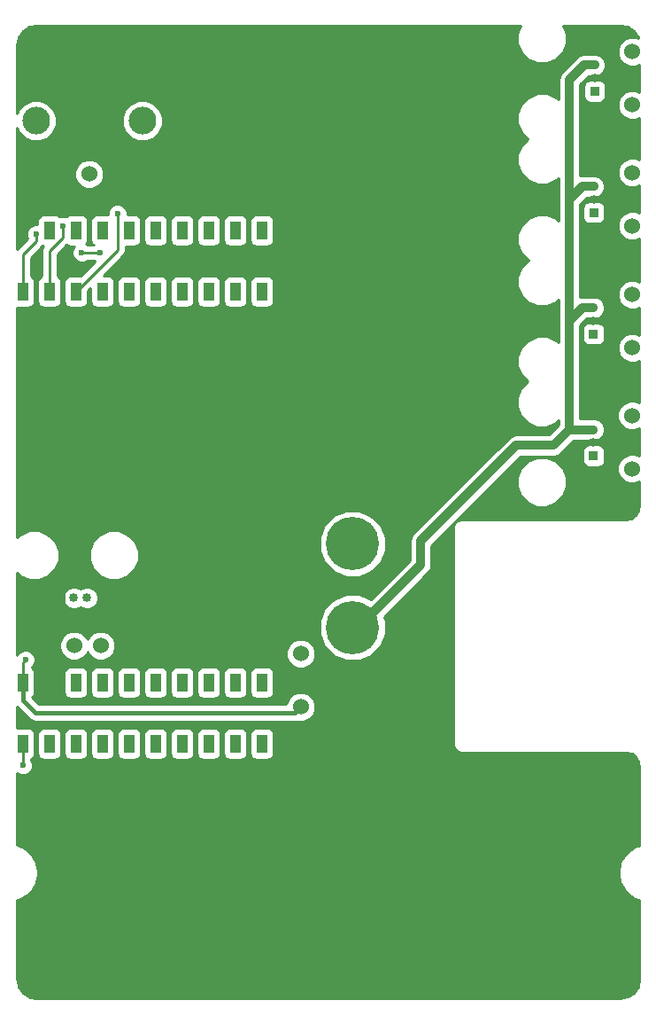
<source format=gbr>
G04 #@! TF.FileFunction,Copper,L2,Bot,Signal*
%FSLAX46Y46*%
G04 Gerber Fmt 4.6, Leading zero omitted, Abs format (unit mm)*
G04 Created by KiCad (PCBNEW 4.0.7) date 04/17/18 20:18:09*
%MOMM*%
%LPD*%
G01*
G04 APERTURE LIST*
%ADD10C,0.100000*%
%ADD11R,0.850000X0.850000*%
%ADD12C,0.850000*%
%ADD13C,1.524000*%
%ADD14C,5.080000*%
%ADD15C,2.641600*%
%ADD16R,0.990600X1.778000*%
%ADD17C,0.600000*%
%ADD18C,0.812800*%
%ADD19C,0.254000*%
%ADD20C,0.406400*%
G04 APERTURE END LIST*
D10*
D11*
X165821360Y-120868440D03*
D12*
X165821360Y-119618440D03*
X165821360Y-118368440D03*
D11*
X165735000Y-132461000D03*
D12*
X165735000Y-131211000D03*
X165735000Y-129961000D03*
D11*
X165709600Y-144048800D03*
D12*
X165709600Y-142798800D03*
X165709600Y-141548800D03*
D11*
X165709600Y-155682000D03*
D12*
X165709600Y-154432000D03*
X165709600Y-153182000D03*
D13*
X169418000Y-122174000D03*
X169418000Y-119634000D03*
X169418000Y-117094000D03*
X169418000Y-133731000D03*
X169418000Y-131191000D03*
X169418000Y-128651000D03*
X169418000Y-145364200D03*
X169418000Y-142824200D03*
X169418000Y-140284200D03*
X169392600Y-156921200D03*
X169392600Y-154381200D03*
X169392600Y-151841200D03*
X137703560Y-174594520D03*
X137703560Y-177134520D03*
X137703560Y-179674520D03*
D14*
X142646400Y-164085000D03*
X142646400Y-172084000D03*
X142646400Y-180085000D03*
D13*
X118567200Y-173812200D03*
X116027200Y-173812200D03*
X113487200Y-173812200D03*
D11*
X114757200Y-169265600D03*
D12*
X116007200Y-169265600D03*
X117257200Y-169265600D03*
D13*
X117475000Y-128778000D03*
X114935000Y-128778000D03*
D15*
X112395000Y-123698000D03*
X122555000Y-123698000D03*
D16*
X133985000Y-183172100D03*
X111125000Y-134150100D03*
X111125000Y-139992100D03*
X111125000Y-177330100D03*
X111125000Y-183172100D03*
X113665000Y-134150100D03*
X116205000Y-134150100D03*
X118745000Y-134150100D03*
X121285000Y-134150100D03*
X123825000Y-134150100D03*
X126365000Y-134150100D03*
X128905000Y-134150100D03*
X131445000Y-134150100D03*
X133985000Y-134150100D03*
X113665000Y-139992100D03*
X116205000Y-139992100D03*
X118745000Y-139992100D03*
X121285000Y-139992100D03*
X123825000Y-139992100D03*
X126365000Y-139992100D03*
X128905000Y-139992100D03*
X131445000Y-139992100D03*
X133985000Y-139992100D03*
X113665000Y-177330100D03*
X116205000Y-177330100D03*
X118745000Y-177330100D03*
X121285000Y-177330100D03*
X123825000Y-177330100D03*
X126365000Y-177330100D03*
X128905000Y-177330100D03*
X133985000Y-177330100D03*
X113665000Y-183172100D03*
X116205000Y-183172100D03*
X118745000Y-183172100D03*
X121285000Y-183172100D03*
X123825000Y-183172100D03*
X126365000Y-183172100D03*
X128905000Y-183172100D03*
X131445000Y-183172100D03*
X131445000Y-177330100D03*
D17*
X129641600Y-168960800D03*
X125933200Y-131140200D03*
X112191800Y-137464800D03*
X126060200Y-142494000D03*
X136347200Y-140157200D03*
X126415800Y-137617200D03*
X126415800Y-145211800D03*
X111130080Y-185257440D03*
X111384080Y-175158400D03*
X112392460Y-134543800D03*
X114940080Y-133731000D03*
X120167400Y-132603240D03*
X116761260Y-136291320D03*
X118521480Y-136319260D03*
D18*
X165821360Y-118368440D02*
X164831400Y-118368440D01*
X163390900Y-119808940D02*
X163390900Y-131188140D01*
X164831400Y-118368440D02*
X163390900Y-119808940D01*
X163390900Y-142775620D02*
X163390900Y-131188140D01*
X164618040Y-129961000D02*
X165735000Y-129961000D01*
X163390900Y-131188140D02*
X164618040Y-129961000D01*
X165709600Y-141548800D02*
X164617720Y-141548800D01*
X163390900Y-142775620D02*
X163390900Y-153182000D01*
X164617720Y-141548800D02*
X163390900Y-142775620D01*
X142646400Y-172084000D02*
X143155400Y-172084000D01*
X143155400Y-172084000D02*
X149174200Y-166065200D01*
X149174200Y-166065200D02*
X149174200Y-163842700D01*
X149174200Y-163842700D02*
X158330900Y-154686000D01*
X158330900Y-154686000D02*
X161886900Y-154686000D01*
X161886900Y-154686000D02*
X163390900Y-153182000D01*
X163390900Y-153182000D02*
X165709600Y-153182000D01*
D19*
X111125000Y-185252360D02*
X111125000Y-183172100D01*
X111130080Y-185257440D02*
X111125000Y-185252360D01*
D20*
X111125000Y-177330100D02*
X111125000Y-179019200D01*
X137126980Y-180251100D02*
X137703560Y-179674520D01*
X112356900Y-180251100D02*
X137126980Y-180251100D01*
X111125000Y-179019200D02*
X112356900Y-180251100D01*
D19*
X111125000Y-177330100D02*
X111125000Y-175417480D01*
X111125000Y-175417480D02*
X111384080Y-175158400D01*
X112392460Y-134543800D02*
X112392460Y-135183880D01*
X111125000Y-136451340D02*
X111125000Y-139992100D01*
X112392460Y-135183880D02*
X111125000Y-136451340D01*
X114940080Y-133731000D02*
X114940080Y-134843520D01*
X113665000Y-136118600D02*
X113665000Y-139992100D01*
X114940080Y-134843520D02*
X113665000Y-136118600D01*
X120167400Y-136029700D02*
X116205000Y-139992100D01*
X120167400Y-132603240D02*
X120167400Y-136029700D01*
X116761260Y-136291320D02*
X116789200Y-136319260D01*
X116789200Y-136319260D02*
X118521480Y-136319260D01*
G36*
X158422411Y-115352508D02*
X158421591Y-116291373D01*
X158780123Y-117159086D01*
X159443422Y-117823544D01*
X160310508Y-118183589D01*
X161249373Y-118184409D01*
X162117086Y-117825877D01*
X162781544Y-117162578D01*
X163141589Y-116295492D01*
X163142409Y-115356627D01*
X162820769Y-114578200D01*
X168205069Y-114578200D01*
X168969989Y-114730352D01*
X169559170Y-115124030D01*
X169952848Y-115713211D01*
X169972411Y-115811562D01*
X169697100Y-115697243D01*
X169141339Y-115696758D01*
X168627697Y-115908990D01*
X168234371Y-116301630D01*
X168021243Y-116814900D01*
X168020758Y-117370661D01*
X168232990Y-117884303D01*
X168625630Y-118277629D01*
X169138900Y-118490757D01*
X169694661Y-118491242D01*
X170105000Y-118321694D01*
X170105000Y-120946618D01*
X169697100Y-120777243D01*
X169141339Y-120776758D01*
X168627697Y-120988990D01*
X168234371Y-121381630D01*
X168021243Y-121894900D01*
X168020758Y-122450661D01*
X168232990Y-122964303D01*
X168625630Y-123357629D01*
X169138900Y-123570757D01*
X169694661Y-123571242D01*
X170105000Y-123401694D01*
X170105000Y-127423618D01*
X169697100Y-127254243D01*
X169141339Y-127253758D01*
X168627697Y-127465990D01*
X168234371Y-127858630D01*
X168021243Y-128371900D01*
X168020758Y-128927661D01*
X168232990Y-129441303D01*
X168625630Y-129834629D01*
X169138900Y-130047757D01*
X169694661Y-130048242D01*
X170105000Y-129878694D01*
X170105000Y-132503618D01*
X169697100Y-132334243D01*
X169141339Y-132333758D01*
X168627697Y-132545990D01*
X168234371Y-132938630D01*
X168021243Y-133451900D01*
X168020758Y-134007661D01*
X168232990Y-134521303D01*
X168625630Y-134914629D01*
X169138900Y-135127757D01*
X169694661Y-135128242D01*
X170105000Y-134958694D01*
X170105000Y-139056818D01*
X169697100Y-138887443D01*
X169141339Y-138886958D01*
X168627697Y-139099190D01*
X168234371Y-139491830D01*
X168021243Y-140005100D01*
X168020758Y-140560861D01*
X168232990Y-141074503D01*
X168625630Y-141467829D01*
X169138900Y-141680957D01*
X169694661Y-141681442D01*
X170105000Y-141511894D01*
X170105000Y-144136818D01*
X169697100Y-143967443D01*
X169141339Y-143966958D01*
X168627697Y-144179190D01*
X168234371Y-144571830D01*
X168021243Y-145085100D01*
X168020758Y-145640861D01*
X168232990Y-146154503D01*
X168625630Y-146547829D01*
X169138900Y-146760957D01*
X169694661Y-146761442D01*
X170105000Y-146591894D01*
X170105000Y-150624365D01*
X169671700Y-150444443D01*
X169115939Y-150443958D01*
X168602297Y-150656190D01*
X168208971Y-151048830D01*
X167995843Y-151562100D01*
X167995358Y-152117861D01*
X168207590Y-152631503D01*
X168600230Y-153024829D01*
X169113500Y-153237957D01*
X169669261Y-153238442D01*
X170105000Y-153058399D01*
X170105000Y-155704365D01*
X169671700Y-155524443D01*
X169115939Y-155523958D01*
X168602297Y-155736190D01*
X168208971Y-156128830D01*
X167995843Y-156642100D01*
X167995358Y-157197861D01*
X168207590Y-157711503D01*
X168600230Y-158104829D01*
X169113500Y-158317957D01*
X169669261Y-158318442D01*
X170105000Y-158138399D01*
X170105000Y-160360950D01*
X169997828Y-160937298D01*
X169719562Y-161365236D01*
X169298713Y-161654112D01*
X168720825Y-161776590D01*
X168706800Y-161773800D01*
X153035000Y-161773800D01*
X152763295Y-161827846D01*
X152532954Y-161981754D01*
X152379046Y-162212095D01*
X152325000Y-162483800D01*
X152325000Y-183311800D01*
X152379046Y-183583505D01*
X152532954Y-183813846D01*
X152763295Y-183967754D01*
X153035000Y-184021800D01*
X168817622Y-184021800D01*
X169359736Y-184165300D01*
X169766830Y-184475718D01*
X170024140Y-184918289D01*
X170105256Y-185520315D01*
X170105000Y-185521600D01*
X170105000Y-192891123D01*
X169866714Y-192941625D01*
X169646380Y-193036134D01*
X169612118Y-193050830D01*
X168958396Y-193499553D01*
X168860475Y-193599953D01*
X168764972Y-193697874D01*
X168332730Y-194362608D01*
X168332730Y-194362609D01*
X168229923Y-194619854D01*
X168095111Y-195344842D01*
X168086643Y-195365286D01*
X168086643Y-195390382D01*
X168084966Y-195399400D01*
X168086642Y-195533495D01*
X168086642Y-195642314D01*
X168088094Y-195649614D01*
X168088429Y-195676407D01*
X168097743Y-195698121D01*
X168241319Y-196419927D01*
X168289247Y-196535634D01*
X168347334Y-196675868D01*
X168787816Y-197335096D01*
X168983704Y-197530984D01*
X169642932Y-197971467D01*
X169770903Y-198024474D01*
X169898873Y-198077481D01*
X170105000Y-198118482D01*
X170105000Y-205593869D01*
X169952848Y-206358789D01*
X169559170Y-206947970D01*
X168969989Y-207341648D01*
X168205069Y-207493800D01*
X112508568Y-207493800D01*
X111845421Y-207375625D01*
X111728259Y-207352320D01*
X111136414Y-206973757D01*
X110730919Y-206392403D01*
X110603164Y-205811133D01*
X110565000Y-205619273D01*
X110565000Y-198116477D01*
X110803286Y-198065975D01*
X110930584Y-198011372D01*
X111057882Y-197956770D01*
X111711604Y-197508047D01*
X111880284Y-197335096D01*
X111905028Y-197309726D01*
X112337271Y-196644991D01*
X112440077Y-196387746D01*
X112574889Y-195662756D01*
X112583357Y-195642313D01*
X112583357Y-195617219D01*
X112585034Y-195608200D01*
X112583357Y-195474056D01*
X112583357Y-195365285D01*
X112581906Y-195357990D01*
X112581571Y-195331193D01*
X112572256Y-195309476D01*
X112428681Y-194587673D01*
X112375673Y-194459702D01*
X112322667Y-194331732D01*
X111882184Y-193672504D01*
X111686296Y-193476616D01*
X111027068Y-193036134D01*
X110952104Y-193005083D01*
X110771127Y-192930119D01*
X110565000Y-192889118D01*
X110565000Y-186014818D01*
X110599753Y-186049632D01*
X110943281Y-186192278D01*
X111315247Y-186192602D01*
X111659023Y-186050557D01*
X111922272Y-185787767D01*
X112064918Y-185444239D01*
X112065242Y-185072273D01*
X111923197Y-184728497D01*
X111887000Y-184692237D01*
X111887000Y-184644068D01*
X112071741Y-184525190D01*
X112216731Y-184312990D01*
X112267740Y-184061100D01*
X112267740Y-182283100D01*
X112522260Y-182283100D01*
X112522260Y-184061100D01*
X112566538Y-184296417D01*
X112705610Y-184512541D01*
X112917810Y-184657531D01*
X113169700Y-184708540D01*
X114160300Y-184708540D01*
X114395617Y-184664262D01*
X114611741Y-184525190D01*
X114756731Y-184312990D01*
X114807740Y-184061100D01*
X114807740Y-182283100D01*
X115062260Y-182283100D01*
X115062260Y-184061100D01*
X115106538Y-184296417D01*
X115245610Y-184512541D01*
X115457810Y-184657531D01*
X115709700Y-184708540D01*
X116700300Y-184708540D01*
X116935617Y-184664262D01*
X117151741Y-184525190D01*
X117296731Y-184312990D01*
X117347740Y-184061100D01*
X117347740Y-182283100D01*
X117602260Y-182283100D01*
X117602260Y-184061100D01*
X117646538Y-184296417D01*
X117785610Y-184512541D01*
X117997810Y-184657531D01*
X118249700Y-184708540D01*
X119240300Y-184708540D01*
X119475617Y-184664262D01*
X119691741Y-184525190D01*
X119836731Y-184312990D01*
X119887740Y-184061100D01*
X119887740Y-182283100D01*
X120142260Y-182283100D01*
X120142260Y-184061100D01*
X120186538Y-184296417D01*
X120325610Y-184512541D01*
X120537810Y-184657531D01*
X120789700Y-184708540D01*
X121780300Y-184708540D01*
X122015617Y-184664262D01*
X122231741Y-184525190D01*
X122376731Y-184312990D01*
X122427740Y-184061100D01*
X122427740Y-182283100D01*
X122682260Y-182283100D01*
X122682260Y-184061100D01*
X122726538Y-184296417D01*
X122865610Y-184512541D01*
X123077810Y-184657531D01*
X123329700Y-184708540D01*
X124320300Y-184708540D01*
X124555617Y-184664262D01*
X124771741Y-184525190D01*
X124916731Y-184312990D01*
X124967740Y-184061100D01*
X124967740Y-182283100D01*
X125222260Y-182283100D01*
X125222260Y-184061100D01*
X125266538Y-184296417D01*
X125405610Y-184512541D01*
X125617810Y-184657531D01*
X125869700Y-184708540D01*
X126860300Y-184708540D01*
X127095617Y-184664262D01*
X127311741Y-184525190D01*
X127456731Y-184312990D01*
X127507740Y-184061100D01*
X127507740Y-182283100D01*
X127762260Y-182283100D01*
X127762260Y-184061100D01*
X127806538Y-184296417D01*
X127945610Y-184512541D01*
X128157810Y-184657531D01*
X128409700Y-184708540D01*
X129400300Y-184708540D01*
X129635617Y-184664262D01*
X129851741Y-184525190D01*
X129996731Y-184312990D01*
X130047740Y-184061100D01*
X130047740Y-182283100D01*
X130302260Y-182283100D01*
X130302260Y-184061100D01*
X130346538Y-184296417D01*
X130485610Y-184512541D01*
X130697810Y-184657531D01*
X130949700Y-184708540D01*
X131940300Y-184708540D01*
X132175617Y-184664262D01*
X132391741Y-184525190D01*
X132536731Y-184312990D01*
X132587740Y-184061100D01*
X132587740Y-182283100D01*
X132842260Y-182283100D01*
X132842260Y-184061100D01*
X132886538Y-184296417D01*
X133025610Y-184512541D01*
X133237810Y-184657531D01*
X133489700Y-184708540D01*
X134480300Y-184708540D01*
X134715617Y-184664262D01*
X134931741Y-184525190D01*
X135076731Y-184312990D01*
X135127740Y-184061100D01*
X135127740Y-182283100D01*
X135083462Y-182047783D01*
X134944390Y-181831659D01*
X134732190Y-181686669D01*
X134480300Y-181635660D01*
X133489700Y-181635660D01*
X133254383Y-181679938D01*
X133038259Y-181819010D01*
X132893269Y-182031210D01*
X132842260Y-182283100D01*
X132587740Y-182283100D01*
X132543462Y-182047783D01*
X132404390Y-181831659D01*
X132192190Y-181686669D01*
X131940300Y-181635660D01*
X130949700Y-181635660D01*
X130714383Y-181679938D01*
X130498259Y-181819010D01*
X130353269Y-182031210D01*
X130302260Y-182283100D01*
X130047740Y-182283100D01*
X130003462Y-182047783D01*
X129864390Y-181831659D01*
X129652190Y-181686669D01*
X129400300Y-181635660D01*
X128409700Y-181635660D01*
X128174383Y-181679938D01*
X127958259Y-181819010D01*
X127813269Y-182031210D01*
X127762260Y-182283100D01*
X127507740Y-182283100D01*
X127463462Y-182047783D01*
X127324390Y-181831659D01*
X127112190Y-181686669D01*
X126860300Y-181635660D01*
X125869700Y-181635660D01*
X125634383Y-181679938D01*
X125418259Y-181819010D01*
X125273269Y-182031210D01*
X125222260Y-182283100D01*
X124967740Y-182283100D01*
X124923462Y-182047783D01*
X124784390Y-181831659D01*
X124572190Y-181686669D01*
X124320300Y-181635660D01*
X123329700Y-181635660D01*
X123094383Y-181679938D01*
X122878259Y-181819010D01*
X122733269Y-182031210D01*
X122682260Y-182283100D01*
X122427740Y-182283100D01*
X122383462Y-182047783D01*
X122244390Y-181831659D01*
X122032190Y-181686669D01*
X121780300Y-181635660D01*
X120789700Y-181635660D01*
X120554383Y-181679938D01*
X120338259Y-181819010D01*
X120193269Y-182031210D01*
X120142260Y-182283100D01*
X119887740Y-182283100D01*
X119843462Y-182047783D01*
X119704390Y-181831659D01*
X119492190Y-181686669D01*
X119240300Y-181635660D01*
X118249700Y-181635660D01*
X118014383Y-181679938D01*
X117798259Y-181819010D01*
X117653269Y-182031210D01*
X117602260Y-182283100D01*
X117347740Y-182283100D01*
X117303462Y-182047783D01*
X117164390Y-181831659D01*
X116952190Y-181686669D01*
X116700300Y-181635660D01*
X115709700Y-181635660D01*
X115474383Y-181679938D01*
X115258259Y-181819010D01*
X115113269Y-182031210D01*
X115062260Y-182283100D01*
X114807740Y-182283100D01*
X114763462Y-182047783D01*
X114624390Y-181831659D01*
X114412190Y-181686669D01*
X114160300Y-181635660D01*
X113169700Y-181635660D01*
X112934383Y-181679938D01*
X112718259Y-181819010D01*
X112573269Y-182031210D01*
X112522260Y-182283100D01*
X112267740Y-182283100D01*
X112223462Y-182047783D01*
X112084390Y-181831659D01*
X111872190Y-181686669D01*
X111620300Y-181635660D01*
X110629700Y-181635660D01*
X110565000Y-181647834D01*
X110565000Y-179644594D01*
X111764203Y-180843797D01*
X112036135Y-181025496D01*
X112356900Y-181089300D01*
X137126980Y-181089300D01*
X137357458Y-181043455D01*
X137424460Y-181071277D01*
X137980221Y-181071762D01*
X138493863Y-180859530D01*
X138887189Y-180466890D01*
X139100317Y-179953620D01*
X139100802Y-179397859D01*
X138888570Y-178884217D01*
X138495930Y-178490891D01*
X137982660Y-178277763D01*
X137426899Y-178277278D01*
X136913257Y-178489510D01*
X136519931Y-178882150D01*
X136306803Y-179395420D01*
X136306788Y-179412900D01*
X112704094Y-179412900D01*
X112012503Y-178721309D01*
X112071741Y-178683190D01*
X112216731Y-178470990D01*
X112267740Y-178219100D01*
X112267740Y-176441100D01*
X115062260Y-176441100D01*
X115062260Y-178219100D01*
X115106538Y-178454417D01*
X115245610Y-178670541D01*
X115457810Y-178815531D01*
X115709700Y-178866540D01*
X116700300Y-178866540D01*
X116935617Y-178822262D01*
X117151741Y-178683190D01*
X117296731Y-178470990D01*
X117347740Y-178219100D01*
X117347740Y-176441100D01*
X117602260Y-176441100D01*
X117602260Y-178219100D01*
X117646538Y-178454417D01*
X117785610Y-178670541D01*
X117997810Y-178815531D01*
X118249700Y-178866540D01*
X119240300Y-178866540D01*
X119475617Y-178822262D01*
X119691741Y-178683190D01*
X119836731Y-178470990D01*
X119887740Y-178219100D01*
X119887740Y-176441100D01*
X120142260Y-176441100D01*
X120142260Y-178219100D01*
X120186538Y-178454417D01*
X120325610Y-178670541D01*
X120537810Y-178815531D01*
X120789700Y-178866540D01*
X121780300Y-178866540D01*
X122015617Y-178822262D01*
X122231741Y-178683190D01*
X122376731Y-178470990D01*
X122427740Y-178219100D01*
X122427740Y-176441100D01*
X122682260Y-176441100D01*
X122682260Y-178219100D01*
X122726538Y-178454417D01*
X122865610Y-178670541D01*
X123077810Y-178815531D01*
X123329700Y-178866540D01*
X124320300Y-178866540D01*
X124555617Y-178822262D01*
X124771741Y-178683190D01*
X124916731Y-178470990D01*
X124967740Y-178219100D01*
X124967740Y-176441100D01*
X125222260Y-176441100D01*
X125222260Y-178219100D01*
X125266538Y-178454417D01*
X125405610Y-178670541D01*
X125617810Y-178815531D01*
X125869700Y-178866540D01*
X126860300Y-178866540D01*
X127095617Y-178822262D01*
X127311741Y-178683190D01*
X127456731Y-178470990D01*
X127507740Y-178219100D01*
X127507740Y-176441100D01*
X127762260Y-176441100D01*
X127762260Y-178219100D01*
X127806538Y-178454417D01*
X127945610Y-178670541D01*
X128157810Y-178815531D01*
X128409700Y-178866540D01*
X129400300Y-178866540D01*
X129635617Y-178822262D01*
X129851741Y-178683190D01*
X129996731Y-178470990D01*
X130047740Y-178219100D01*
X130047740Y-176441100D01*
X130302260Y-176441100D01*
X130302260Y-178219100D01*
X130346538Y-178454417D01*
X130485610Y-178670541D01*
X130697810Y-178815531D01*
X130949700Y-178866540D01*
X131940300Y-178866540D01*
X132175617Y-178822262D01*
X132391741Y-178683190D01*
X132536731Y-178470990D01*
X132587740Y-178219100D01*
X132587740Y-176441100D01*
X132842260Y-176441100D01*
X132842260Y-178219100D01*
X132886538Y-178454417D01*
X133025610Y-178670541D01*
X133237810Y-178815531D01*
X133489700Y-178866540D01*
X134480300Y-178866540D01*
X134715617Y-178822262D01*
X134931741Y-178683190D01*
X135076731Y-178470990D01*
X135127740Y-178219100D01*
X135127740Y-176441100D01*
X135083462Y-176205783D01*
X134944390Y-175989659D01*
X134732190Y-175844669D01*
X134480300Y-175793660D01*
X133489700Y-175793660D01*
X133254383Y-175837938D01*
X133038259Y-175977010D01*
X132893269Y-176189210D01*
X132842260Y-176441100D01*
X132587740Y-176441100D01*
X132543462Y-176205783D01*
X132404390Y-175989659D01*
X132192190Y-175844669D01*
X131940300Y-175793660D01*
X130949700Y-175793660D01*
X130714383Y-175837938D01*
X130498259Y-175977010D01*
X130353269Y-176189210D01*
X130302260Y-176441100D01*
X130047740Y-176441100D01*
X130003462Y-176205783D01*
X129864390Y-175989659D01*
X129652190Y-175844669D01*
X129400300Y-175793660D01*
X128409700Y-175793660D01*
X128174383Y-175837938D01*
X127958259Y-175977010D01*
X127813269Y-176189210D01*
X127762260Y-176441100D01*
X127507740Y-176441100D01*
X127463462Y-176205783D01*
X127324390Y-175989659D01*
X127112190Y-175844669D01*
X126860300Y-175793660D01*
X125869700Y-175793660D01*
X125634383Y-175837938D01*
X125418259Y-175977010D01*
X125273269Y-176189210D01*
X125222260Y-176441100D01*
X124967740Y-176441100D01*
X124923462Y-176205783D01*
X124784390Y-175989659D01*
X124572190Y-175844669D01*
X124320300Y-175793660D01*
X123329700Y-175793660D01*
X123094383Y-175837938D01*
X122878259Y-175977010D01*
X122733269Y-176189210D01*
X122682260Y-176441100D01*
X122427740Y-176441100D01*
X122383462Y-176205783D01*
X122244390Y-175989659D01*
X122032190Y-175844669D01*
X121780300Y-175793660D01*
X120789700Y-175793660D01*
X120554383Y-175837938D01*
X120338259Y-175977010D01*
X120193269Y-176189210D01*
X120142260Y-176441100D01*
X119887740Y-176441100D01*
X119843462Y-176205783D01*
X119704390Y-175989659D01*
X119492190Y-175844669D01*
X119240300Y-175793660D01*
X118249700Y-175793660D01*
X118014383Y-175837938D01*
X117798259Y-175977010D01*
X117653269Y-176189210D01*
X117602260Y-176441100D01*
X117347740Y-176441100D01*
X117303462Y-176205783D01*
X117164390Y-175989659D01*
X116952190Y-175844669D01*
X116700300Y-175793660D01*
X115709700Y-175793660D01*
X115474383Y-175837938D01*
X115258259Y-175977010D01*
X115113269Y-176189210D01*
X115062260Y-176441100D01*
X112267740Y-176441100D01*
X112223462Y-176205783D01*
X112084390Y-175989659D01*
X111959973Y-175904649D01*
X112176272Y-175688727D01*
X112318918Y-175345199D01*
X112319242Y-174973233D01*
X112177197Y-174629457D01*
X111914407Y-174366208D01*
X111570879Y-174223562D01*
X111198913Y-174223238D01*
X110855137Y-174365283D01*
X110591888Y-174628073D01*
X110565000Y-174692826D01*
X110565000Y-174088861D01*
X114629958Y-174088861D01*
X114842190Y-174602503D01*
X115234830Y-174995829D01*
X115748100Y-175208957D01*
X116303861Y-175209442D01*
X116817503Y-174997210D01*
X117210829Y-174604570D01*
X117297149Y-174396688D01*
X117382190Y-174602503D01*
X117774830Y-174995829D01*
X118288100Y-175208957D01*
X118843861Y-175209442D01*
X119357503Y-174997210D01*
X119483752Y-174871181D01*
X136306318Y-174871181D01*
X136518550Y-175384823D01*
X136911190Y-175778149D01*
X137424460Y-175991277D01*
X137980221Y-175991762D01*
X138493863Y-175779530D01*
X138887189Y-175386890D01*
X139100317Y-174873620D01*
X139100802Y-174317859D01*
X138888570Y-173804217D01*
X138495930Y-173410891D01*
X137982660Y-173197763D01*
X137426899Y-173197278D01*
X136913257Y-173409510D01*
X136519931Y-173802150D01*
X136306803Y-174315420D01*
X136306318Y-174871181D01*
X119483752Y-174871181D01*
X119750829Y-174604570D01*
X119963957Y-174091300D01*
X119964442Y-173535539D01*
X119752210Y-173021897D01*
X119443629Y-172712776D01*
X139470850Y-172712776D01*
X139953196Y-173880143D01*
X140845559Y-174774065D01*
X142012083Y-175258448D01*
X143275176Y-175259550D01*
X144442543Y-174777204D01*
X145336465Y-173884841D01*
X145820848Y-172718317D01*
X145821950Y-171455224D01*
X145656751Y-171055411D01*
X149910581Y-166801581D01*
X150136329Y-166463726D01*
X150215600Y-166065200D01*
X150215600Y-164274062D01*
X155831089Y-158658573D01*
X158396191Y-158658573D01*
X158754723Y-159526286D01*
X159418022Y-160190744D01*
X160285108Y-160550789D01*
X161223973Y-160551609D01*
X162091686Y-160193077D01*
X162756144Y-159529778D01*
X163116189Y-158662692D01*
X163117009Y-157723827D01*
X162758477Y-156856114D01*
X162095178Y-156191656D01*
X161228092Y-155831611D01*
X160289227Y-155830791D01*
X159421514Y-156189323D01*
X158757056Y-156852622D01*
X158397011Y-157719708D01*
X158396191Y-158658573D01*
X155831089Y-158658573D01*
X158762262Y-155727400D01*
X161886900Y-155727400D01*
X162285427Y-155648128D01*
X162623281Y-155422381D01*
X162788662Y-155257000D01*
X164637160Y-155257000D01*
X164637160Y-156107000D01*
X164681438Y-156342317D01*
X164820510Y-156558441D01*
X165032710Y-156703431D01*
X165284600Y-156754440D01*
X166134600Y-156754440D01*
X166369917Y-156710162D01*
X166586041Y-156571090D01*
X166731031Y-156358890D01*
X166782040Y-156107000D01*
X166782040Y-155257000D01*
X166737762Y-155021683D01*
X166598690Y-154805559D01*
X166386490Y-154660569D01*
X166134600Y-154609560D01*
X165284600Y-154609560D01*
X165049283Y-154653838D01*
X164833159Y-154792910D01*
X164688169Y-155005110D01*
X164637160Y-155257000D01*
X162788662Y-155257000D01*
X163822262Y-154223400D01*
X165453477Y-154223400D01*
X165497828Y-154241816D01*
X165919522Y-154242184D01*
X166309258Y-154081149D01*
X166607701Y-153783226D01*
X166769416Y-153393772D01*
X166769784Y-152972078D01*
X166608749Y-152582342D01*
X166310826Y-152283899D01*
X165921372Y-152122184D01*
X165499678Y-152121816D01*
X165454217Y-152140600D01*
X164432300Y-152140600D01*
X164432300Y-143623800D01*
X164637160Y-143623800D01*
X164637160Y-144473800D01*
X164681438Y-144709117D01*
X164820510Y-144925241D01*
X165032710Y-145070231D01*
X165284600Y-145121240D01*
X166134600Y-145121240D01*
X166369917Y-145076962D01*
X166586041Y-144937890D01*
X166731031Y-144725690D01*
X166782040Y-144473800D01*
X166782040Y-143623800D01*
X166737762Y-143388483D01*
X166598690Y-143172359D01*
X166386490Y-143027369D01*
X166134600Y-142976360D01*
X165284600Y-142976360D01*
X165049283Y-143020638D01*
X164833159Y-143159710D01*
X164688169Y-143371910D01*
X164637160Y-143623800D01*
X164432300Y-143623800D01*
X164432300Y-143206982D01*
X165049082Y-142590200D01*
X165453477Y-142590200D01*
X165497828Y-142608616D01*
X165919522Y-142608984D01*
X166309258Y-142447949D01*
X166607701Y-142150026D01*
X166769416Y-141760572D01*
X166769784Y-141338878D01*
X166608749Y-140949142D01*
X166310826Y-140650699D01*
X165921372Y-140488984D01*
X165499678Y-140488616D01*
X165454217Y-140507400D01*
X164617720Y-140507400D01*
X164432300Y-140544282D01*
X164432300Y-132036000D01*
X164662560Y-132036000D01*
X164662560Y-132886000D01*
X164706838Y-133121317D01*
X164845910Y-133337441D01*
X165058110Y-133482431D01*
X165310000Y-133533440D01*
X166160000Y-133533440D01*
X166395317Y-133489162D01*
X166611441Y-133350090D01*
X166756431Y-133137890D01*
X166807440Y-132886000D01*
X166807440Y-132036000D01*
X166763162Y-131800683D01*
X166624090Y-131584559D01*
X166411890Y-131439569D01*
X166160000Y-131388560D01*
X165310000Y-131388560D01*
X165074683Y-131432838D01*
X164858559Y-131571910D01*
X164713569Y-131784110D01*
X164662560Y-132036000D01*
X164432300Y-132036000D01*
X164432300Y-131619502D01*
X165049402Y-131002400D01*
X165478877Y-131002400D01*
X165523228Y-131020816D01*
X165944922Y-131021184D01*
X166334658Y-130860149D01*
X166633101Y-130562226D01*
X166794816Y-130172772D01*
X166795184Y-129751078D01*
X166634149Y-129361342D01*
X166336226Y-129062899D01*
X165946772Y-128901184D01*
X165525078Y-128900816D01*
X165479617Y-128919600D01*
X164618040Y-128919600D01*
X164432300Y-128956546D01*
X164432300Y-120443440D01*
X164748920Y-120443440D01*
X164748920Y-121293440D01*
X164793198Y-121528757D01*
X164932270Y-121744881D01*
X165144470Y-121889871D01*
X165396360Y-121940880D01*
X166246360Y-121940880D01*
X166481677Y-121896602D01*
X166697801Y-121757530D01*
X166842791Y-121545330D01*
X166893800Y-121293440D01*
X166893800Y-120443440D01*
X166849522Y-120208123D01*
X166710450Y-119991999D01*
X166498250Y-119847009D01*
X166246360Y-119796000D01*
X165396360Y-119796000D01*
X165161043Y-119840278D01*
X164944919Y-119979350D01*
X164799929Y-120191550D01*
X164748920Y-120443440D01*
X164432300Y-120443440D01*
X164432300Y-120240302D01*
X165262762Y-119409840D01*
X165565237Y-119409840D01*
X165609588Y-119428256D01*
X166031282Y-119428624D01*
X166421018Y-119267589D01*
X166719461Y-118969666D01*
X166881176Y-118580212D01*
X166881544Y-118158518D01*
X166720509Y-117768782D01*
X166422586Y-117470339D01*
X166033132Y-117308624D01*
X165611438Y-117308256D01*
X165565977Y-117327040D01*
X164831400Y-117327040D01*
X164432874Y-117406311D01*
X164095019Y-117632059D01*
X162654519Y-119072559D01*
X162428772Y-119410413D01*
X162349500Y-119808940D01*
X162349500Y-121673778D01*
X162120578Y-121444456D01*
X161253492Y-121084411D01*
X160314627Y-121083591D01*
X159446914Y-121442123D01*
X158782456Y-122105422D01*
X158422411Y-122972508D01*
X158421591Y-123911373D01*
X158780123Y-124779086D01*
X159412955Y-125413023D01*
X158782456Y-126042422D01*
X158422411Y-126909508D01*
X158421591Y-127848373D01*
X158780123Y-128716086D01*
X159443422Y-129380544D01*
X160310508Y-129740589D01*
X161249373Y-129741409D01*
X162117086Y-129382877D01*
X162349500Y-129150868D01*
X162349500Y-133230778D01*
X162120578Y-133001456D01*
X161253492Y-132641411D01*
X160314627Y-132640591D01*
X159446914Y-132999123D01*
X158782456Y-133662422D01*
X158422411Y-134529508D01*
X158421591Y-135468373D01*
X158780123Y-136336086D01*
X159443422Y-137000544D01*
X159459382Y-137007171D01*
X159446914Y-137012323D01*
X158782456Y-137675622D01*
X158422411Y-138542708D01*
X158421591Y-139481573D01*
X158780123Y-140349286D01*
X159443422Y-141013744D01*
X160310508Y-141373789D01*
X161249373Y-141374609D01*
X162117086Y-141016077D01*
X162349500Y-140784068D01*
X162349500Y-144863978D01*
X162120578Y-144634656D01*
X161253492Y-144274611D01*
X160314627Y-144273791D01*
X159446914Y-144632323D01*
X158782456Y-145295622D01*
X158422411Y-146162708D01*
X158421591Y-147101573D01*
X158780123Y-147969286D01*
X159400277Y-148590523D01*
X158757056Y-149232622D01*
X158397011Y-150099708D01*
X158396191Y-151038573D01*
X158754723Y-151906286D01*
X159418022Y-152570744D01*
X160285108Y-152930789D01*
X161223973Y-152931609D01*
X162091686Y-152573077D01*
X162349500Y-152315713D01*
X162349500Y-152750638D01*
X161455538Y-153644600D01*
X158330900Y-153644600D01*
X157932373Y-153723872D01*
X157843544Y-153783226D01*
X157594519Y-153949619D01*
X148437819Y-163106319D01*
X148212072Y-163444173D01*
X148132800Y-163842700D01*
X148132800Y-165633838D01*
X144394573Y-169372065D01*
X143280717Y-168909552D01*
X142017624Y-168908450D01*
X140850257Y-169390796D01*
X139956335Y-170283159D01*
X139471952Y-171449683D01*
X139470850Y-172712776D01*
X119443629Y-172712776D01*
X119359570Y-172628571D01*
X118846300Y-172415443D01*
X118290539Y-172414958D01*
X117776897Y-172627190D01*
X117383571Y-173019830D01*
X117297251Y-173227712D01*
X117212210Y-173021897D01*
X116819570Y-172628571D01*
X116306300Y-172415443D01*
X115750539Y-172414958D01*
X115236897Y-172627190D01*
X114843571Y-173019830D01*
X114630443Y-173533100D01*
X114629958Y-174088861D01*
X110565000Y-174088861D01*
X110565000Y-169475522D01*
X114947016Y-169475522D01*
X115108051Y-169865258D01*
X115405974Y-170163701D01*
X115795428Y-170325416D01*
X116217122Y-170325784D01*
X116606858Y-170164749D01*
X116631983Y-170139668D01*
X116655974Y-170163701D01*
X117045428Y-170325416D01*
X117467122Y-170325784D01*
X117856858Y-170164749D01*
X118155301Y-169866826D01*
X118317016Y-169477372D01*
X118317384Y-169055678D01*
X118156349Y-168665942D01*
X117858426Y-168367499D01*
X117468972Y-168205784D01*
X117047278Y-168205416D01*
X116657542Y-168366451D01*
X116632417Y-168391532D01*
X116608426Y-168367499D01*
X116218972Y-168205784D01*
X115797278Y-168205416D01*
X115407542Y-168366451D01*
X115109099Y-168664374D01*
X114947384Y-169053828D01*
X114947016Y-169475522D01*
X110565000Y-169475522D01*
X110565000Y-166861574D01*
X110878622Y-167175744D01*
X111745708Y-167535789D01*
X112684573Y-167536609D01*
X113552286Y-167178077D01*
X114216744Y-166514778D01*
X114576789Y-165647692D01*
X114576792Y-165643573D01*
X117476791Y-165643573D01*
X117835323Y-166511286D01*
X118498622Y-167175744D01*
X119365708Y-167535789D01*
X120304573Y-167536609D01*
X121172286Y-167178077D01*
X121836744Y-166514778D01*
X122196789Y-165647692D01*
X122197604Y-164713776D01*
X139470850Y-164713776D01*
X139953196Y-165881143D01*
X140845559Y-166775065D01*
X142012083Y-167259448D01*
X143275176Y-167260550D01*
X144442543Y-166778204D01*
X145336465Y-165885841D01*
X145820848Y-164719317D01*
X145821950Y-163456224D01*
X145339604Y-162288857D01*
X144447241Y-161394935D01*
X143280717Y-160910552D01*
X142017624Y-160909450D01*
X140850257Y-161391796D01*
X139956335Y-162284159D01*
X139471952Y-163450683D01*
X139470850Y-164713776D01*
X122197604Y-164713776D01*
X122197609Y-164708827D01*
X121839077Y-163841114D01*
X121175778Y-163176656D01*
X120308692Y-162816611D01*
X119369827Y-162815791D01*
X118502114Y-163174323D01*
X117837656Y-163837622D01*
X117477611Y-164704708D01*
X117476791Y-165643573D01*
X114576792Y-165643573D01*
X114577609Y-164708827D01*
X114219077Y-163841114D01*
X113555778Y-163176656D01*
X112688692Y-162816611D01*
X111749827Y-162815791D01*
X110882114Y-163174323D01*
X110565000Y-163490884D01*
X110565000Y-141515438D01*
X110629700Y-141528540D01*
X111620300Y-141528540D01*
X111855617Y-141484262D01*
X112071741Y-141345190D01*
X112216731Y-141132990D01*
X112267740Y-140881100D01*
X112267740Y-139103100D01*
X112223462Y-138867783D01*
X112084390Y-138651659D01*
X111887000Y-138516788D01*
X111887000Y-136766970D01*
X112931275Y-135722695D01*
X112980970Y-135648321D01*
X113068541Y-135666055D01*
X112961004Y-135826995D01*
X112903000Y-136118600D01*
X112903000Y-138520132D01*
X112718259Y-138639010D01*
X112573269Y-138851210D01*
X112522260Y-139103100D01*
X112522260Y-140881100D01*
X112566538Y-141116417D01*
X112705610Y-141332541D01*
X112917810Y-141477531D01*
X113169700Y-141528540D01*
X114160300Y-141528540D01*
X114395617Y-141484262D01*
X114611741Y-141345190D01*
X114756731Y-141132990D01*
X114807740Y-140881100D01*
X114807740Y-139103100D01*
X114763462Y-138867783D01*
X114624390Y-138651659D01*
X114427000Y-138516788D01*
X114427000Y-136434230D01*
X115319918Y-135541313D01*
X115457810Y-135635531D01*
X115709700Y-135686540D01*
X116043651Y-135686540D01*
X115969068Y-135760993D01*
X115826422Y-136104521D01*
X115826098Y-136476487D01*
X115968143Y-136820263D01*
X116230933Y-137083512D01*
X116574461Y-137226158D01*
X116946427Y-137226482D01*
X117290203Y-137084437D01*
X117293386Y-137081260D01*
X117961014Y-137081260D01*
X117991153Y-137111452D01*
X118003070Y-137116400D01*
X116663810Y-138455660D01*
X115709700Y-138455660D01*
X115474383Y-138499938D01*
X115258259Y-138639010D01*
X115113269Y-138851210D01*
X115062260Y-139103100D01*
X115062260Y-140881100D01*
X115106538Y-141116417D01*
X115245610Y-141332541D01*
X115457810Y-141477531D01*
X115709700Y-141528540D01*
X116700300Y-141528540D01*
X116935617Y-141484262D01*
X117151741Y-141345190D01*
X117296731Y-141132990D01*
X117347740Y-140881100D01*
X117347740Y-139926990D01*
X117602260Y-139672470D01*
X117602260Y-140881100D01*
X117646538Y-141116417D01*
X117785610Y-141332541D01*
X117997810Y-141477531D01*
X118249700Y-141528540D01*
X119240300Y-141528540D01*
X119475617Y-141484262D01*
X119691741Y-141345190D01*
X119836731Y-141132990D01*
X119887740Y-140881100D01*
X119887740Y-139103100D01*
X120142260Y-139103100D01*
X120142260Y-140881100D01*
X120186538Y-141116417D01*
X120325610Y-141332541D01*
X120537810Y-141477531D01*
X120789700Y-141528540D01*
X121780300Y-141528540D01*
X122015617Y-141484262D01*
X122231741Y-141345190D01*
X122376731Y-141132990D01*
X122427740Y-140881100D01*
X122427740Y-139103100D01*
X122682260Y-139103100D01*
X122682260Y-140881100D01*
X122726538Y-141116417D01*
X122865610Y-141332541D01*
X123077810Y-141477531D01*
X123329700Y-141528540D01*
X124320300Y-141528540D01*
X124555617Y-141484262D01*
X124771741Y-141345190D01*
X124916731Y-141132990D01*
X124967740Y-140881100D01*
X124967740Y-139103100D01*
X125222260Y-139103100D01*
X125222260Y-140881100D01*
X125266538Y-141116417D01*
X125405610Y-141332541D01*
X125617810Y-141477531D01*
X125869700Y-141528540D01*
X126860300Y-141528540D01*
X127095617Y-141484262D01*
X127311741Y-141345190D01*
X127456731Y-141132990D01*
X127507740Y-140881100D01*
X127507740Y-139103100D01*
X127762260Y-139103100D01*
X127762260Y-140881100D01*
X127806538Y-141116417D01*
X127945610Y-141332541D01*
X128157810Y-141477531D01*
X128409700Y-141528540D01*
X129400300Y-141528540D01*
X129635617Y-141484262D01*
X129851741Y-141345190D01*
X129996731Y-141132990D01*
X130047740Y-140881100D01*
X130047740Y-139103100D01*
X130302260Y-139103100D01*
X130302260Y-140881100D01*
X130346538Y-141116417D01*
X130485610Y-141332541D01*
X130697810Y-141477531D01*
X130949700Y-141528540D01*
X131940300Y-141528540D01*
X132175617Y-141484262D01*
X132391741Y-141345190D01*
X132536731Y-141132990D01*
X132587740Y-140881100D01*
X132587740Y-139103100D01*
X132842260Y-139103100D01*
X132842260Y-140881100D01*
X132886538Y-141116417D01*
X133025610Y-141332541D01*
X133237810Y-141477531D01*
X133489700Y-141528540D01*
X134480300Y-141528540D01*
X134715617Y-141484262D01*
X134931741Y-141345190D01*
X135076731Y-141132990D01*
X135127740Y-140881100D01*
X135127740Y-139103100D01*
X135083462Y-138867783D01*
X134944390Y-138651659D01*
X134732190Y-138506669D01*
X134480300Y-138455660D01*
X133489700Y-138455660D01*
X133254383Y-138499938D01*
X133038259Y-138639010D01*
X132893269Y-138851210D01*
X132842260Y-139103100D01*
X132587740Y-139103100D01*
X132543462Y-138867783D01*
X132404390Y-138651659D01*
X132192190Y-138506669D01*
X131940300Y-138455660D01*
X130949700Y-138455660D01*
X130714383Y-138499938D01*
X130498259Y-138639010D01*
X130353269Y-138851210D01*
X130302260Y-139103100D01*
X130047740Y-139103100D01*
X130003462Y-138867783D01*
X129864390Y-138651659D01*
X129652190Y-138506669D01*
X129400300Y-138455660D01*
X128409700Y-138455660D01*
X128174383Y-138499938D01*
X127958259Y-138639010D01*
X127813269Y-138851210D01*
X127762260Y-139103100D01*
X127507740Y-139103100D01*
X127463462Y-138867783D01*
X127324390Y-138651659D01*
X127112190Y-138506669D01*
X126860300Y-138455660D01*
X125869700Y-138455660D01*
X125634383Y-138499938D01*
X125418259Y-138639010D01*
X125273269Y-138851210D01*
X125222260Y-139103100D01*
X124967740Y-139103100D01*
X124923462Y-138867783D01*
X124784390Y-138651659D01*
X124572190Y-138506669D01*
X124320300Y-138455660D01*
X123329700Y-138455660D01*
X123094383Y-138499938D01*
X122878259Y-138639010D01*
X122733269Y-138851210D01*
X122682260Y-139103100D01*
X122427740Y-139103100D01*
X122383462Y-138867783D01*
X122244390Y-138651659D01*
X122032190Y-138506669D01*
X121780300Y-138455660D01*
X120789700Y-138455660D01*
X120554383Y-138499938D01*
X120338259Y-138639010D01*
X120193269Y-138851210D01*
X120142260Y-139103100D01*
X119887740Y-139103100D01*
X119843462Y-138867783D01*
X119704390Y-138651659D01*
X119492190Y-138506669D01*
X119240300Y-138455660D01*
X118819070Y-138455660D01*
X120706215Y-136568515D01*
X120859186Y-136339578D01*
X120871396Y-136321305D01*
X120929400Y-136029700D01*
X120929400Y-135686540D01*
X121780300Y-135686540D01*
X122015617Y-135642262D01*
X122231741Y-135503190D01*
X122376731Y-135290990D01*
X122427740Y-135039100D01*
X122427740Y-133261100D01*
X122682260Y-133261100D01*
X122682260Y-135039100D01*
X122726538Y-135274417D01*
X122865610Y-135490541D01*
X123077810Y-135635531D01*
X123329700Y-135686540D01*
X124320300Y-135686540D01*
X124555617Y-135642262D01*
X124771741Y-135503190D01*
X124916731Y-135290990D01*
X124967740Y-135039100D01*
X124967740Y-133261100D01*
X125222260Y-133261100D01*
X125222260Y-135039100D01*
X125266538Y-135274417D01*
X125405610Y-135490541D01*
X125617810Y-135635531D01*
X125869700Y-135686540D01*
X126860300Y-135686540D01*
X127095617Y-135642262D01*
X127311741Y-135503190D01*
X127456731Y-135290990D01*
X127507740Y-135039100D01*
X127507740Y-133261100D01*
X127762260Y-133261100D01*
X127762260Y-135039100D01*
X127806538Y-135274417D01*
X127945610Y-135490541D01*
X128157810Y-135635531D01*
X128409700Y-135686540D01*
X129400300Y-135686540D01*
X129635617Y-135642262D01*
X129851741Y-135503190D01*
X129996731Y-135290990D01*
X130047740Y-135039100D01*
X130047740Y-133261100D01*
X130302260Y-133261100D01*
X130302260Y-135039100D01*
X130346538Y-135274417D01*
X130485610Y-135490541D01*
X130697810Y-135635531D01*
X130949700Y-135686540D01*
X131940300Y-135686540D01*
X132175617Y-135642262D01*
X132391741Y-135503190D01*
X132536731Y-135290990D01*
X132587740Y-135039100D01*
X132587740Y-133261100D01*
X132842260Y-133261100D01*
X132842260Y-135039100D01*
X132886538Y-135274417D01*
X133025610Y-135490541D01*
X133237810Y-135635531D01*
X133489700Y-135686540D01*
X134480300Y-135686540D01*
X134715617Y-135642262D01*
X134931741Y-135503190D01*
X135076731Y-135290990D01*
X135127740Y-135039100D01*
X135127740Y-133261100D01*
X135083462Y-133025783D01*
X134944390Y-132809659D01*
X134732190Y-132664669D01*
X134480300Y-132613660D01*
X133489700Y-132613660D01*
X133254383Y-132657938D01*
X133038259Y-132797010D01*
X132893269Y-133009210D01*
X132842260Y-133261100D01*
X132587740Y-133261100D01*
X132543462Y-133025783D01*
X132404390Y-132809659D01*
X132192190Y-132664669D01*
X131940300Y-132613660D01*
X130949700Y-132613660D01*
X130714383Y-132657938D01*
X130498259Y-132797010D01*
X130353269Y-133009210D01*
X130302260Y-133261100D01*
X130047740Y-133261100D01*
X130003462Y-133025783D01*
X129864390Y-132809659D01*
X129652190Y-132664669D01*
X129400300Y-132613660D01*
X128409700Y-132613660D01*
X128174383Y-132657938D01*
X127958259Y-132797010D01*
X127813269Y-133009210D01*
X127762260Y-133261100D01*
X127507740Y-133261100D01*
X127463462Y-133025783D01*
X127324390Y-132809659D01*
X127112190Y-132664669D01*
X126860300Y-132613660D01*
X125869700Y-132613660D01*
X125634383Y-132657938D01*
X125418259Y-132797010D01*
X125273269Y-133009210D01*
X125222260Y-133261100D01*
X124967740Y-133261100D01*
X124923462Y-133025783D01*
X124784390Y-132809659D01*
X124572190Y-132664669D01*
X124320300Y-132613660D01*
X123329700Y-132613660D01*
X123094383Y-132657938D01*
X122878259Y-132797010D01*
X122733269Y-133009210D01*
X122682260Y-133261100D01*
X122427740Y-133261100D01*
X122383462Y-133025783D01*
X122244390Y-132809659D01*
X122032190Y-132664669D01*
X121780300Y-132613660D01*
X121102392Y-132613660D01*
X121102562Y-132418073D01*
X120960517Y-132074297D01*
X120697727Y-131811048D01*
X120354199Y-131668402D01*
X119982233Y-131668078D01*
X119638457Y-131810123D01*
X119375208Y-132072913D01*
X119232562Y-132416441D01*
X119232390Y-132613660D01*
X118249700Y-132613660D01*
X118014383Y-132657938D01*
X117798259Y-132797010D01*
X117653269Y-133009210D01*
X117602260Y-133261100D01*
X117602260Y-135039100D01*
X117646538Y-135274417D01*
X117785610Y-135490541D01*
X117883257Y-135557260D01*
X117349618Y-135557260D01*
X117291587Y-135499128D01*
X117184811Y-135454790D01*
X117296731Y-135290990D01*
X117347740Y-135039100D01*
X117347740Y-133261100D01*
X117303462Y-133025783D01*
X117164390Y-132809659D01*
X116952190Y-132664669D01*
X116700300Y-132613660D01*
X115709700Y-132613660D01*
X115474383Y-132657938D01*
X115258259Y-132797010D01*
X115229674Y-132838846D01*
X115126879Y-132796162D01*
X114754913Y-132795838D01*
X114644779Y-132841344D01*
X114624390Y-132809659D01*
X114412190Y-132664669D01*
X114160300Y-132613660D01*
X113169700Y-132613660D01*
X112934383Y-132657938D01*
X112718259Y-132797010D01*
X112573269Y-133009210D01*
X112522260Y-133261100D01*
X112522260Y-133608912D01*
X112207293Y-133608638D01*
X111863517Y-133750683D01*
X111600268Y-134013473D01*
X111457622Y-134357001D01*
X111457298Y-134728967D01*
X111548651Y-134950059D01*
X110586185Y-135912525D01*
X110565000Y-135944230D01*
X110565000Y-129054661D01*
X116077758Y-129054661D01*
X116289990Y-129568303D01*
X116682630Y-129961629D01*
X117195900Y-130174757D01*
X117751661Y-130175242D01*
X118265303Y-129963010D01*
X118658629Y-129570370D01*
X118871757Y-129057100D01*
X118872242Y-128501339D01*
X118660010Y-127987697D01*
X118267370Y-127594371D01*
X117754100Y-127381243D01*
X117198339Y-127380758D01*
X116684697Y-127592990D01*
X116291371Y-127985630D01*
X116078243Y-128498900D01*
X116077758Y-129054661D01*
X110565000Y-129054661D01*
X110565000Y-124390604D01*
X110735987Y-124804424D01*
X111285682Y-125355079D01*
X112004261Y-125653459D01*
X112782326Y-125654138D01*
X113501424Y-125357013D01*
X114052079Y-124807318D01*
X114350459Y-124088739D01*
X114350461Y-124085326D01*
X120598862Y-124085326D01*
X120895987Y-124804424D01*
X121445682Y-125355079D01*
X122164261Y-125653459D01*
X122942326Y-125654138D01*
X123661424Y-125357013D01*
X124212079Y-124807318D01*
X124510459Y-124088739D01*
X124511138Y-123310674D01*
X124214013Y-122591576D01*
X123664318Y-122040921D01*
X122945739Y-121742541D01*
X122167674Y-121741862D01*
X121448576Y-122038987D01*
X120897921Y-122588682D01*
X120599541Y-123307261D01*
X120598862Y-124085326D01*
X114350461Y-124085326D01*
X114351138Y-123310674D01*
X114054013Y-122591576D01*
X113504318Y-122040921D01*
X112785739Y-121742541D01*
X112007674Y-121741862D01*
X111288576Y-122038987D01*
X110737921Y-122588682D01*
X110565000Y-123005122D01*
X110565000Y-116478131D01*
X110717152Y-115713211D01*
X111110830Y-115124030D01*
X111700011Y-114730352D01*
X112464931Y-114578200D01*
X158743931Y-114578200D01*
X158422411Y-115352508D01*
X158422411Y-115352508D01*
G37*
X158422411Y-115352508D02*
X158421591Y-116291373D01*
X158780123Y-117159086D01*
X159443422Y-117823544D01*
X160310508Y-118183589D01*
X161249373Y-118184409D01*
X162117086Y-117825877D01*
X162781544Y-117162578D01*
X163141589Y-116295492D01*
X163142409Y-115356627D01*
X162820769Y-114578200D01*
X168205069Y-114578200D01*
X168969989Y-114730352D01*
X169559170Y-115124030D01*
X169952848Y-115713211D01*
X169972411Y-115811562D01*
X169697100Y-115697243D01*
X169141339Y-115696758D01*
X168627697Y-115908990D01*
X168234371Y-116301630D01*
X168021243Y-116814900D01*
X168020758Y-117370661D01*
X168232990Y-117884303D01*
X168625630Y-118277629D01*
X169138900Y-118490757D01*
X169694661Y-118491242D01*
X170105000Y-118321694D01*
X170105000Y-120946618D01*
X169697100Y-120777243D01*
X169141339Y-120776758D01*
X168627697Y-120988990D01*
X168234371Y-121381630D01*
X168021243Y-121894900D01*
X168020758Y-122450661D01*
X168232990Y-122964303D01*
X168625630Y-123357629D01*
X169138900Y-123570757D01*
X169694661Y-123571242D01*
X170105000Y-123401694D01*
X170105000Y-127423618D01*
X169697100Y-127254243D01*
X169141339Y-127253758D01*
X168627697Y-127465990D01*
X168234371Y-127858630D01*
X168021243Y-128371900D01*
X168020758Y-128927661D01*
X168232990Y-129441303D01*
X168625630Y-129834629D01*
X169138900Y-130047757D01*
X169694661Y-130048242D01*
X170105000Y-129878694D01*
X170105000Y-132503618D01*
X169697100Y-132334243D01*
X169141339Y-132333758D01*
X168627697Y-132545990D01*
X168234371Y-132938630D01*
X168021243Y-133451900D01*
X168020758Y-134007661D01*
X168232990Y-134521303D01*
X168625630Y-134914629D01*
X169138900Y-135127757D01*
X169694661Y-135128242D01*
X170105000Y-134958694D01*
X170105000Y-139056818D01*
X169697100Y-138887443D01*
X169141339Y-138886958D01*
X168627697Y-139099190D01*
X168234371Y-139491830D01*
X168021243Y-140005100D01*
X168020758Y-140560861D01*
X168232990Y-141074503D01*
X168625630Y-141467829D01*
X169138900Y-141680957D01*
X169694661Y-141681442D01*
X170105000Y-141511894D01*
X170105000Y-144136818D01*
X169697100Y-143967443D01*
X169141339Y-143966958D01*
X168627697Y-144179190D01*
X168234371Y-144571830D01*
X168021243Y-145085100D01*
X168020758Y-145640861D01*
X168232990Y-146154503D01*
X168625630Y-146547829D01*
X169138900Y-146760957D01*
X169694661Y-146761442D01*
X170105000Y-146591894D01*
X170105000Y-150624365D01*
X169671700Y-150444443D01*
X169115939Y-150443958D01*
X168602297Y-150656190D01*
X168208971Y-151048830D01*
X167995843Y-151562100D01*
X167995358Y-152117861D01*
X168207590Y-152631503D01*
X168600230Y-153024829D01*
X169113500Y-153237957D01*
X169669261Y-153238442D01*
X170105000Y-153058399D01*
X170105000Y-155704365D01*
X169671700Y-155524443D01*
X169115939Y-155523958D01*
X168602297Y-155736190D01*
X168208971Y-156128830D01*
X167995843Y-156642100D01*
X167995358Y-157197861D01*
X168207590Y-157711503D01*
X168600230Y-158104829D01*
X169113500Y-158317957D01*
X169669261Y-158318442D01*
X170105000Y-158138399D01*
X170105000Y-160360950D01*
X169997828Y-160937298D01*
X169719562Y-161365236D01*
X169298713Y-161654112D01*
X168720825Y-161776590D01*
X168706800Y-161773800D01*
X153035000Y-161773800D01*
X152763295Y-161827846D01*
X152532954Y-161981754D01*
X152379046Y-162212095D01*
X152325000Y-162483800D01*
X152325000Y-183311800D01*
X152379046Y-183583505D01*
X152532954Y-183813846D01*
X152763295Y-183967754D01*
X153035000Y-184021800D01*
X168817622Y-184021800D01*
X169359736Y-184165300D01*
X169766830Y-184475718D01*
X170024140Y-184918289D01*
X170105256Y-185520315D01*
X170105000Y-185521600D01*
X170105000Y-192891123D01*
X169866714Y-192941625D01*
X169646380Y-193036134D01*
X169612118Y-193050830D01*
X168958396Y-193499553D01*
X168860475Y-193599953D01*
X168764972Y-193697874D01*
X168332730Y-194362608D01*
X168332730Y-194362609D01*
X168229923Y-194619854D01*
X168095111Y-195344842D01*
X168086643Y-195365286D01*
X168086643Y-195390382D01*
X168084966Y-195399400D01*
X168086642Y-195533495D01*
X168086642Y-195642314D01*
X168088094Y-195649614D01*
X168088429Y-195676407D01*
X168097743Y-195698121D01*
X168241319Y-196419927D01*
X168289247Y-196535634D01*
X168347334Y-196675868D01*
X168787816Y-197335096D01*
X168983704Y-197530984D01*
X169642932Y-197971467D01*
X169770903Y-198024474D01*
X169898873Y-198077481D01*
X170105000Y-198118482D01*
X170105000Y-205593869D01*
X169952848Y-206358789D01*
X169559170Y-206947970D01*
X168969989Y-207341648D01*
X168205069Y-207493800D01*
X112508568Y-207493800D01*
X111845421Y-207375625D01*
X111728259Y-207352320D01*
X111136414Y-206973757D01*
X110730919Y-206392403D01*
X110603164Y-205811133D01*
X110565000Y-205619273D01*
X110565000Y-198116477D01*
X110803286Y-198065975D01*
X110930584Y-198011372D01*
X111057882Y-197956770D01*
X111711604Y-197508047D01*
X111880284Y-197335096D01*
X111905028Y-197309726D01*
X112337271Y-196644991D01*
X112440077Y-196387746D01*
X112574889Y-195662756D01*
X112583357Y-195642313D01*
X112583357Y-195617219D01*
X112585034Y-195608200D01*
X112583357Y-195474056D01*
X112583357Y-195365285D01*
X112581906Y-195357990D01*
X112581571Y-195331193D01*
X112572256Y-195309476D01*
X112428681Y-194587673D01*
X112375673Y-194459702D01*
X112322667Y-194331732D01*
X111882184Y-193672504D01*
X111686296Y-193476616D01*
X111027068Y-193036134D01*
X110952104Y-193005083D01*
X110771127Y-192930119D01*
X110565000Y-192889118D01*
X110565000Y-186014818D01*
X110599753Y-186049632D01*
X110943281Y-186192278D01*
X111315247Y-186192602D01*
X111659023Y-186050557D01*
X111922272Y-185787767D01*
X112064918Y-185444239D01*
X112065242Y-185072273D01*
X111923197Y-184728497D01*
X111887000Y-184692237D01*
X111887000Y-184644068D01*
X112071741Y-184525190D01*
X112216731Y-184312990D01*
X112267740Y-184061100D01*
X112267740Y-182283100D01*
X112522260Y-182283100D01*
X112522260Y-184061100D01*
X112566538Y-184296417D01*
X112705610Y-184512541D01*
X112917810Y-184657531D01*
X113169700Y-184708540D01*
X114160300Y-184708540D01*
X114395617Y-184664262D01*
X114611741Y-184525190D01*
X114756731Y-184312990D01*
X114807740Y-184061100D01*
X114807740Y-182283100D01*
X115062260Y-182283100D01*
X115062260Y-184061100D01*
X115106538Y-184296417D01*
X115245610Y-184512541D01*
X115457810Y-184657531D01*
X115709700Y-184708540D01*
X116700300Y-184708540D01*
X116935617Y-184664262D01*
X117151741Y-184525190D01*
X117296731Y-184312990D01*
X117347740Y-184061100D01*
X117347740Y-182283100D01*
X117602260Y-182283100D01*
X117602260Y-184061100D01*
X117646538Y-184296417D01*
X117785610Y-184512541D01*
X117997810Y-184657531D01*
X118249700Y-184708540D01*
X119240300Y-184708540D01*
X119475617Y-184664262D01*
X119691741Y-184525190D01*
X119836731Y-184312990D01*
X119887740Y-184061100D01*
X119887740Y-182283100D01*
X120142260Y-182283100D01*
X120142260Y-184061100D01*
X120186538Y-184296417D01*
X120325610Y-184512541D01*
X120537810Y-184657531D01*
X120789700Y-184708540D01*
X121780300Y-184708540D01*
X122015617Y-184664262D01*
X122231741Y-184525190D01*
X122376731Y-184312990D01*
X122427740Y-184061100D01*
X122427740Y-182283100D01*
X122682260Y-182283100D01*
X122682260Y-184061100D01*
X122726538Y-184296417D01*
X122865610Y-184512541D01*
X123077810Y-184657531D01*
X123329700Y-184708540D01*
X124320300Y-184708540D01*
X124555617Y-184664262D01*
X124771741Y-184525190D01*
X124916731Y-184312990D01*
X124967740Y-184061100D01*
X124967740Y-182283100D01*
X125222260Y-182283100D01*
X125222260Y-184061100D01*
X125266538Y-184296417D01*
X125405610Y-184512541D01*
X125617810Y-184657531D01*
X125869700Y-184708540D01*
X126860300Y-184708540D01*
X127095617Y-184664262D01*
X127311741Y-184525190D01*
X127456731Y-184312990D01*
X127507740Y-184061100D01*
X127507740Y-182283100D01*
X127762260Y-182283100D01*
X127762260Y-184061100D01*
X127806538Y-184296417D01*
X127945610Y-184512541D01*
X128157810Y-184657531D01*
X128409700Y-184708540D01*
X129400300Y-184708540D01*
X129635617Y-184664262D01*
X129851741Y-184525190D01*
X129996731Y-184312990D01*
X130047740Y-184061100D01*
X130047740Y-182283100D01*
X130302260Y-182283100D01*
X130302260Y-184061100D01*
X130346538Y-184296417D01*
X130485610Y-184512541D01*
X130697810Y-184657531D01*
X130949700Y-184708540D01*
X131940300Y-184708540D01*
X132175617Y-184664262D01*
X132391741Y-184525190D01*
X132536731Y-184312990D01*
X132587740Y-184061100D01*
X132587740Y-182283100D01*
X132842260Y-182283100D01*
X132842260Y-184061100D01*
X132886538Y-184296417D01*
X133025610Y-184512541D01*
X133237810Y-184657531D01*
X133489700Y-184708540D01*
X134480300Y-184708540D01*
X134715617Y-184664262D01*
X134931741Y-184525190D01*
X135076731Y-184312990D01*
X135127740Y-184061100D01*
X135127740Y-182283100D01*
X135083462Y-182047783D01*
X134944390Y-181831659D01*
X134732190Y-181686669D01*
X134480300Y-181635660D01*
X133489700Y-181635660D01*
X133254383Y-181679938D01*
X133038259Y-181819010D01*
X132893269Y-182031210D01*
X132842260Y-182283100D01*
X132587740Y-182283100D01*
X132543462Y-182047783D01*
X132404390Y-181831659D01*
X132192190Y-181686669D01*
X131940300Y-181635660D01*
X130949700Y-181635660D01*
X130714383Y-181679938D01*
X130498259Y-181819010D01*
X130353269Y-182031210D01*
X130302260Y-182283100D01*
X130047740Y-182283100D01*
X130003462Y-182047783D01*
X129864390Y-181831659D01*
X129652190Y-181686669D01*
X129400300Y-181635660D01*
X128409700Y-181635660D01*
X128174383Y-181679938D01*
X127958259Y-181819010D01*
X127813269Y-182031210D01*
X127762260Y-182283100D01*
X127507740Y-182283100D01*
X127463462Y-182047783D01*
X127324390Y-181831659D01*
X127112190Y-181686669D01*
X126860300Y-181635660D01*
X125869700Y-181635660D01*
X125634383Y-181679938D01*
X125418259Y-181819010D01*
X125273269Y-182031210D01*
X125222260Y-182283100D01*
X124967740Y-182283100D01*
X124923462Y-182047783D01*
X124784390Y-181831659D01*
X124572190Y-181686669D01*
X124320300Y-181635660D01*
X123329700Y-181635660D01*
X123094383Y-181679938D01*
X122878259Y-181819010D01*
X122733269Y-182031210D01*
X122682260Y-182283100D01*
X122427740Y-182283100D01*
X122383462Y-182047783D01*
X122244390Y-181831659D01*
X122032190Y-181686669D01*
X121780300Y-181635660D01*
X120789700Y-181635660D01*
X120554383Y-181679938D01*
X120338259Y-181819010D01*
X120193269Y-182031210D01*
X120142260Y-182283100D01*
X119887740Y-182283100D01*
X119843462Y-182047783D01*
X119704390Y-181831659D01*
X119492190Y-181686669D01*
X119240300Y-181635660D01*
X118249700Y-181635660D01*
X118014383Y-181679938D01*
X117798259Y-181819010D01*
X117653269Y-182031210D01*
X117602260Y-182283100D01*
X117347740Y-182283100D01*
X117303462Y-182047783D01*
X117164390Y-181831659D01*
X116952190Y-181686669D01*
X116700300Y-181635660D01*
X115709700Y-181635660D01*
X115474383Y-181679938D01*
X115258259Y-181819010D01*
X115113269Y-182031210D01*
X115062260Y-182283100D01*
X114807740Y-182283100D01*
X114763462Y-182047783D01*
X114624390Y-181831659D01*
X114412190Y-181686669D01*
X114160300Y-181635660D01*
X113169700Y-181635660D01*
X112934383Y-181679938D01*
X112718259Y-181819010D01*
X112573269Y-182031210D01*
X112522260Y-182283100D01*
X112267740Y-182283100D01*
X112223462Y-182047783D01*
X112084390Y-181831659D01*
X111872190Y-181686669D01*
X111620300Y-181635660D01*
X110629700Y-181635660D01*
X110565000Y-181647834D01*
X110565000Y-179644594D01*
X111764203Y-180843797D01*
X112036135Y-181025496D01*
X112356900Y-181089300D01*
X137126980Y-181089300D01*
X137357458Y-181043455D01*
X137424460Y-181071277D01*
X137980221Y-181071762D01*
X138493863Y-180859530D01*
X138887189Y-180466890D01*
X139100317Y-179953620D01*
X139100802Y-179397859D01*
X138888570Y-178884217D01*
X138495930Y-178490891D01*
X137982660Y-178277763D01*
X137426899Y-178277278D01*
X136913257Y-178489510D01*
X136519931Y-178882150D01*
X136306803Y-179395420D01*
X136306788Y-179412900D01*
X112704094Y-179412900D01*
X112012503Y-178721309D01*
X112071741Y-178683190D01*
X112216731Y-178470990D01*
X112267740Y-178219100D01*
X112267740Y-176441100D01*
X115062260Y-176441100D01*
X115062260Y-178219100D01*
X115106538Y-178454417D01*
X115245610Y-178670541D01*
X115457810Y-178815531D01*
X115709700Y-178866540D01*
X116700300Y-178866540D01*
X116935617Y-178822262D01*
X117151741Y-178683190D01*
X117296731Y-178470990D01*
X117347740Y-178219100D01*
X117347740Y-176441100D01*
X117602260Y-176441100D01*
X117602260Y-178219100D01*
X117646538Y-178454417D01*
X117785610Y-178670541D01*
X117997810Y-178815531D01*
X118249700Y-178866540D01*
X119240300Y-178866540D01*
X119475617Y-178822262D01*
X119691741Y-178683190D01*
X119836731Y-178470990D01*
X119887740Y-178219100D01*
X119887740Y-176441100D01*
X120142260Y-176441100D01*
X120142260Y-178219100D01*
X120186538Y-178454417D01*
X120325610Y-178670541D01*
X120537810Y-178815531D01*
X120789700Y-178866540D01*
X121780300Y-178866540D01*
X122015617Y-178822262D01*
X122231741Y-178683190D01*
X122376731Y-178470990D01*
X122427740Y-178219100D01*
X122427740Y-176441100D01*
X122682260Y-176441100D01*
X122682260Y-178219100D01*
X122726538Y-178454417D01*
X122865610Y-178670541D01*
X123077810Y-178815531D01*
X123329700Y-178866540D01*
X124320300Y-178866540D01*
X124555617Y-178822262D01*
X124771741Y-178683190D01*
X124916731Y-178470990D01*
X124967740Y-178219100D01*
X124967740Y-176441100D01*
X125222260Y-176441100D01*
X125222260Y-178219100D01*
X125266538Y-178454417D01*
X125405610Y-178670541D01*
X125617810Y-178815531D01*
X125869700Y-178866540D01*
X126860300Y-178866540D01*
X127095617Y-178822262D01*
X127311741Y-178683190D01*
X127456731Y-178470990D01*
X127507740Y-178219100D01*
X127507740Y-176441100D01*
X127762260Y-176441100D01*
X127762260Y-178219100D01*
X127806538Y-178454417D01*
X127945610Y-178670541D01*
X128157810Y-178815531D01*
X128409700Y-178866540D01*
X129400300Y-178866540D01*
X129635617Y-178822262D01*
X129851741Y-178683190D01*
X129996731Y-178470990D01*
X130047740Y-178219100D01*
X130047740Y-176441100D01*
X130302260Y-176441100D01*
X130302260Y-178219100D01*
X130346538Y-178454417D01*
X130485610Y-178670541D01*
X130697810Y-178815531D01*
X130949700Y-178866540D01*
X131940300Y-178866540D01*
X132175617Y-178822262D01*
X132391741Y-178683190D01*
X132536731Y-178470990D01*
X132587740Y-178219100D01*
X132587740Y-176441100D01*
X132842260Y-176441100D01*
X132842260Y-178219100D01*
X132886538Y-178454417D01*
X133025610Y-178670541D01*
X133237810Y-178815531D01*
X133489700Y-178866540D01*
X134480300Y-178866540D01*
X134715617Y-178822262D01*
X134931741Y-178683190D01*
X135076731Y-178470990D01*
X135127740Y-178219100D01*
X135127740Y-176441100D01*
X135083462Y-176205783D01*
X134944390Y-175989659D01*
X134732190Y-175844669D01*
X134480300Y-175793660D01*
X133489700Y-175793660D01*
X133254383Y-175837938D01*
X133038259Y-175977010D01*
X132893269Y-176189210D01*
X132842260Y-176441100D01*
X132587740Y-176441100D01*
X132543462Y-176205783D01*
X132404390Y-175989659D01*
X132192190Y-175844669D01*
X131940300Y-175793660D01*
X130949700Y-175793660D01*
X130714383Y-175837938D01*
X130498259Y-175977010D01*
X130353269Y-176189210D01*
X130302260Y-176441100D01*
X130047740Y-176441100D01*
X130003462Y-176205783D01*
X129864390Y-175989659D01*
X129652190Y-175844669D01*
X129400300Y-175793660D01*
X128409700Y-175793660D01*
X128174383Y-175837938D01*
X127958259Y-175977010D01*
X127813269Y-176189210D01*
X127762260Y-176441100D01*
X127507740Y-176441100D01*
X127463462Y-176205783D01*
X127324390Y-175989659D01*
X127112190Y-175844669D01*
X126860300Y-175793660D01*
X125869700Y-175793660D01*
X125634383Y-175837938D01*
X125418259Y-175977010D01*
X125273269Y-176189210D01*
X125222260Y-176441100D01*
X124967740Y-176441100D01*
X124923462Y-176205783D01*
X124784390Y-175989659D01*
X124572190Y-175844669D01*
X124320300Y-175793660D01*
X123329700Y-175793660D01*
X123094383Y-175837938D01*
X122878259Y-175977010D01*
X122733269Y-176189210D01*
X122682260Y-176441100D01*
X122427740Y-176441100D01*
X122383462Y-176205783D01*
X122244390Y-175989659D01*
X122032190Y-175844669D01*
X121780300Y-175793660D01*
X120789700Y-175793660D01*
X120554383Y-175837938D01*
X120338259Y-175977010D01*
X120193269Y-176189210D01*
X120142260Y-176441100D01*
X119887740Y-176441100D01*
X119843462Y-176205783D01*
X119704390Y-175989659D01*
X119492190Y-175844669D01*
X119240300Y-175793660D01*
X118249700Y-175793660D01*
X118014383Y-175837938D01*
X117798259Y-175977010D01*
X117653269Y-176189210D01*
X117602260Y-176441100D01*
X117347740Y-176441100D01*
X117303462Y-176205783D01*
X117164390Y-175989659D01*
X116952190Y-175844669D01*
X116700300Y-175793660D01*
X115709700Y-175793660D01*
X115474383Y-175837938D01*
X115258259Y-175977010D01*
X115113269Y-176189210D01*
X115062260Y-176441100D01*
X112267740Y-176441100D01*
X112223462Y-176205783D01*
X112084390Y-175989659D01*
X111959973Y-175904649D01*
X112176272Y-175688727D01*
X112318918Y-175345199D01*
X112319242Y-174973233D01*
X112177197Y-174629457D01*
X111914407Y-174366208D01*
X111570879Y-174223562D01*
X111198913Y-174223238D01*
X110855137Y-174365283D01*
X110591888Y-174628073D01*
X110565000Y-174692826D01*
X110565000Y-174088861D01*
X114629958Y-174088861D01*
X114842190Y-174602503D01*
X115234830Y-174995829D01*
X115748100Y-175208957D01*
X116303861Y-175209442D01*
X116817503Y-174997210D01*
X117210829Y-174604570D01*
X117297149Y-174396688D01*
X117382190Y-174602503D01*
X117774830Y-174995829D01*
X118288100Y-175208957D01*
X118843861Y-175209442D01*
X119357503Y-174997210D01*
X119483752Y-174871181D01*
X136306318Y-174871181D01*
X136518550Y-175384823D01*
X136911190Y-175778149D01*
X137424460Y-175991277D01*
X137980221Y-175991762D01*
X138493863Y-175779530D01*
X138887189Y-175386890D01*
X139100317Y-174873620D01*
X139100802Y-174317859D01*
X138888570Y-173804217D01*
X138495930Y-173410891D01*
X137982660Y-173197763D01*
X137426899Y-173197278D01*
X136913257Y-173409510D01*
X136519931Y-173802150D01*
X136306803Y-174315420D01*
X136306318Y-174871181D01*
X119483752Y-174871181D01*
X119750829Y-174604570D01*
X119963957Y-174091300D01*
X119964442Y-173535539D01*
X119752210Y-173021897D01*
X119443629Y-172712776D01*
X139470850Y-172712776D01*
X139953196Y-173880143D01*
X140845559Y-174774065D01*
X142012083Y-175258448D01*
X143275176Y-175259550D01*
X144442543Y-174777204D01*
X145336465Y-173884841D01*
X145820848Y-172718317D01*
X145821950Y-171455224D01*
X145656751Y-171055411D01*
X149910581Y-166801581D01*
X150136329Y-166463726D01*
X150215600Y-166065200D01*
X150215600Y-164274062D01*
X155831089Y-158658573D01*
X158396191Y-158658573D01*
X158754723Y-159526286D01*
X159418022Y-160190744D01*
X160285108Y-160550789D01*
X161223973Y-160551609D01*
X162091686Y-160193077D01*
X162756144Y-159529778D01*
X163116189Y-158662692D01*
X163117009Y-157723827D01*
X162758477Y-156856114D01*
X162095178Y-156191656D01*
X161228092Y-155831611D01*
X160289227Y-155830791D01*
X159421514Y-156189323D01*
X158757056Y-156852622D01*
X158397011Y-157719708D01*
X158396191Y-158658573D01*
X155831089Y-158658573D01*
X158762262Y-155727400D01*
X161886900Y-155727400D01*
X162285427Y-155648128D01*
X162623281Y-155422381D01*
X162788662Y-155257000D01*
X164637160Y-155257000D01*
X164637160Y-156107000D01*
X164681438Y-156342317D01*
X164820510Y-156558441D01*
X165032710Y-156703431D01*
X165284600Y-156754440D01*
X166134600Y-156754440D01*
X166369917Y-156710162D01*
X166586041Y-156571090D01*
X166731031Y-156358890D01*
X166782040Y-156107000D01*
X166782040Y-155257000D01*
X166737762Y-155021683D01*
X166598690Y-154805559D01*
X166386490Y-154660569D01*
X166134600Y-154609560D01*
X165284600Y-154609560D01*
X165049283Y-154653838D01*
X164833159Y-154792910D01*
X164688169Y-155005110D01*
X164637160Y-155257000D01*
X162788662Y-155257000D01*
X163822262Y-154223400D01*
X165453477Y-154223400D01*
X165497828Y-154241816D01*
X165919522Y-154242184D01*
X166309258Y-154081149D01*
X166607701Y-153783226D01*
X166769416Y-153393772D01*
X166769784Y-152972078D01*
X166608749Y-152582342D01*
X166310826Y-152283899D01*
X165921372Y-152122184D01*
X165499678Y-152121816D01*
X165454217Y-152140600D01*
X164432300Y-152140600D01*
X164432300Y-143623800D01*
X164637160Y-143623800D01*
X164637160Y-144473800D01*
X164681438Y-144709117D01*
X164820510Y-144925241D01*
X165032710Y-145070231D01*
X165284600Y-145121240D01*
X166134600Y-145121240D01*
X166369917Y-145076962D01*
X166586041Y-144937890D01*
X166731031Y-144725690D01*
X166782040Y-144473800D01*
X166782040Y-143623800D01*
X166737762Y-143388483D01*
X166598690Y-143172359D01*
X166386490Y-143027369D01*
X166134600Y-142976360D01*
X165284600Y-142976360D01*
X165049283Y-143020638D01*
X164833159Y-143159710D01*
X164688169Y-143371910D01*
X164637160Y-143623800D01*
X164432300Y-143623800D01*
X164432300Y-143206982D01*
X165049082Y-142590200D01*
X165453477Y-142590200D01*
X165497828Y-142608616D01*
X165919522Y-142608984D01*
X166309258Y-142447949D01*
X166607701Y-142150026D01*
X166769416Y-141760572D01*
X166769784Y-141338878D01*
X166608749Y-140949142D01*
X166310826Y-140650699D01*
X165921372Y-140488984D01*
X165499678Y-140488616D01*
X165454217Y-140507400D01*
X164617720Y-140507400D01*
X164432300Y-140544282D01*
X164432300Y-132036000D01*
X164662560Y-132036000D01*
X164662560Y-132886000D01*
X164706838Y-133121317D01*
X164845910Y-133337441D01*
X165058110Y-133482431D01*
X165310000Y-133533440D01*
X166160000Y-133533440D01*
X166395317Y-133489162D01*
X166611441Y-133350090D01*
X166756431Y-133137890D01*
X166807440Y-132886000D01*
X166807440Y-132036000D01*
X166763162Y-131800683D01*
X166624090Y-131584559D01*
X166411890Y-131439569D01*
X166160000Y-131388560D01*
X165310000Y-131388560D01*
X165074683Y-131432838D01*
X164858559Y-131571910D01*
X164713569Y-131784110D01*
X164662560Y-132036000D01*
X164432300Y-132036000D01*
X164432300Y-131619502D01*
X165049402Y-131002400D01*
X165478877Y-131002400D01*
X165523228Y-131020816D01*
X165944922Y-131021184D01*
X166334658Y-130860149D01*
X166633101Y-130562226D01*
X166794816Y-130172772D01*
X166795184Y-129751078D01*
X166634149Y-129361342D01*
X166336226Y-129062899D01*
X165946772Y-128901184D01*
X165525078Y-128900816D01*
X165479617Y-128919600D01*
X164618040Y-128919600D01*
X164432300Y-128956546D01*
X164432300Y-120443440D01*
X164748920Y-120443440D01*
X164748920Y-121293440D01*
X164793198Y-121528757D01*
X164932270Y-121744881D01*
X165144470Y-121889871D01*
X165396360Y-121940880D01*
X166246360Y-121940880D01*
X166481677Y-121896602D01*
X166697801Y-121757530D01*
X166842791Y-121545330D01*
X166893800Y-121293440D01*
X166893800Y-120443440D01*
X166849522Y-120208123D01*
X166710450Y-119991999D01*
X166498250Y-119847009D01*
X166246360Y-119796000D01*
X165396360Y-119796000D01*
X165161043Y-119840278D01*
X164944919Y-119979350D01*
X164799929Y-120191550D01*
X164748920Y-120443440D01*
X164432300Y-120443440D01*
X164432300Y-120240302D01*
X165262762Y-119409840D01*
X165565237Y-119409840D01*
X165609588Y-119428256D01*
X166031282Y-119428624D01*
X166421018Y-119267589D01*
X166719461Y-118969666D01*
X166881176Y-118580212D01*
X166881544Y-118158518D01*
X166720509Y-117768782D01*
X166422586Y-117470339D01*
X166033132Y-117308624D01*
X165611438Y-117308256D01*
X165565977Y-117327040D01*
X164831400Y-117327040D01*
X164432874Y-117406311D01*
X164095019Y-117632059D01*
X162654519Y-119072559D01*
X162428772Y-119410413D01*
X162349500Y-119808940D01*
X162349500Y-121673778D01*
X162120578Y-121444456D01*
X161253492Y-121084411D01*
X160314627Y-121083591D01*
X159446914Y-121442123D01*
X158782456Y-122105422D01*
X158422411Y-122972508D01*
X158421591Y-123911373D01*
X158780123Y-124779086D01*
X159412955Y-125413023D01*
X158782456Y-126042422D01*
X158422411Y-126909508D01*
X158421591Y-127848373D01*
X158780123Y-128716086D01*
X159443422Y-129380544D01*
X160310508Y-129740589D01*
X161249373Y-129741409D01*
X162117086Y-129382877D01*
X162349500Y-129150868D01*
X162349500Y-133230778D01*
X162120578Y-133001456D01*
X161253492Y-132641411D01*
X160314627Y-132640591D01*
X159446914Y-132999123D01*
X158782456Y-133662422D01*
X158422411Y-134529508D01*
X158421591Y-135468373D01*
X158780123Y-136336086D01*
X159443422Y-137000544D01*
X159459382Y-137007171D01*
X159446914Y-137012323D01*
X158782456Y-137675622D01*
X158422411Y-138542708D01*
X158421591Y-139481573D01*
X158780123Y-140349286D01*
X159443422Y-141013744D01*
X160310508Y-141373789D01*
X161249373Y-141374609D01*
X162117086Y-141016077D01*
X162349500Y-140784068D01*
X162349500Y-144863978D01*
X162120578Y-144634656D01*
X161253492Y-144274611D01*
X160314627Y-144273791D01*
X159446914Y-144632323D01*
X158782456Y-145295622D01*
X158422411Y-146162708D01*
X158421591Y-147101573D01*
X158780123Y-147969286D01*
X159400277Y-148590523D01*
X158757056Y-149232622D01*
X158397011Y-150099708D01*
X158396191Y-151038573D01*
X158754723Y-151906286D01*
X159418022Y-152570744D01*
X160285108Y-152930789D01*
X161223973Y-152931609D01*
X162091686Y-152573077D01*
X162349500Y-152315713D01*
X162349500Y-152750638D01*
X161455538Y-153644600D01*
X158330900Y-153644600D01*
X157932373Y-153723872D01*
X157843544Y-153783226D01*
X157594519Y-153949619D01*
X148437819Y-163106319D01*
X148212072Y-163444173D01*
X148132800Y-163842700D01*
X148132800Y-165633838D01*
X144394573Y-169372065D01*
X143280717Y-168909552D01*
X142017624Y-168908450D01*
X140850257Y-169390796D01*
X139956335Y-170283159D01*
X139471952Y-171449683D01*
X139470850Y-172712776D01*
X119443629Y-172712776D01*
X119359570Y-172628571D01*
X118846300Y-172415443D01*
X118290539Y-172414958D01*
X117776897Y-172627190D01*
X117383571Y-173019830D01*
X117297251Y-173227712D01*
X117212210Y-173021897D01*
X116819570Y-172628571D01*
X116306300Y-172415443D01*
X115750539Y-172414958D01*
X115236897Y-172627190D01*
X114843571Y-173019830D01*
X114630443Y-173533100D01*
X114629958Y-174088861D01*
X110565000Y-174088861D01*
X110565000Y-169475522D01*
X114947016Y-169475522D01*
X115108051Y-169865258D01*
X115405974Y-170163701D01*
X115795428Y-170325416D01*
X116217122Y-170325784D01*
X116606858Y-170164749D01*
X116631983Y-170139668D01*
X116655974Y-170163701D01*
X117045428Y-170325416D01*
X117467122Y-170325784D01*
X117856858Y-170164749D01*
X118155301Y-169866826D01*
X118317016Y-169477372D01*
X118317384Y-169055678D01*
X118156349Y-168665942D01*
X117858426Y-168367499D01*
X117468972Y-168205784D01*
X117047278Y-168205416D01*
X116657542Y-168366451D01*
X116632417Y-168391532D01*
X116608426Y-168367499D01*
X116218972Y-168205784D01*
X115797278Y-168205416D01*
X115407542Y-168366451D01*
X115109099Y-168664374D01*
X114947384Y-169053828D01*
X114947016Y-169475522D01*
X110565000Y-169475522D01*
X110565000Y-166861574D01*
X110878622Y-167175744D01*
X111745708Y-167535789D01*
X112684573Y-167536609D01*
X113552286Y-167178077D01*
X114216744Y-166514778D01*
X114576789Y-165647692D01*
X114576792Y-165643573D01*
X117476791Y-165643573D01*
X117835323Y-166511286D01*
X118498622Y-167175744D01*
X119365708Y-167535789D01*
X120304573Y-167536609D01*
X121172286Y-167178077D01*
X121836744Y-166514778D01*
X122196789Y-165647692D01*
X122197604Y-164713776D01*
X139470850Y-164713776D01*
X139953196Y-165881143D01*
X140845559Y-166775065D01*
X142012083Y-167259448D01*
X143275176Y-167260550D01*
X144442543Y-166778204D01*
X145336465Y-165885841D01*
X145820848Y-164719317D01*
X145821950Y-163456224D01*
X145339604Y-162288857D01*
X144447241Y-161394935D01*
X143280717Y-160910552D01*
X142017624Y-160909450D01*
X140850257Y-161391796D01*
X139956335Y-162284159D01*
X139471952Y-163450683D01*
X139470850Y-164713776D01*
X122197604Y-164713776D01*
X122197609Y-164708827D01*
X121839077Y-163841114D01*
X121175778Y-163176656D01*
X120308692Y-162816611D01*
X119369827Y-162815791D01*
X118502114Y-163174323D01*
X117837656Y-163837622D01*
X117477611Y-164704708D01*
X117476791Y-165643573D01*
X114576792Y-165643573D01*
X114577609Y-164708827D01*
X114219077Y-163841114D01*
X113555778Y-163176656D01*
X112688692Y-162816611D01*
X111749827Y-162815791D01*
X110882114Y-163174323D01*
X110565000Y-163490884D01*
X110565000Y-141515438D01*
X110629700Y-141528540D01*
X111620300Y-141528540D01*
X111855617Y-141484262D01*
X112071741Y-141345190D01*
X112216731Y-141132990D01*
X112267740Y-140881100D01*
X112267740Y-139103100D01*
X112223462Y-138867783D01*
X112084390Y-138651659D01*
X111887000Y-138516788D01*
X111887000Y-136766970D01*
X112931275Y-135722695D01*
X112980970Y-135648321D01*
X113068541Y-135666055D01*
X112961004Y-135826995D01*
X112903000Y-136118600D01*
X112903000Y-138520132D01*
X112718259Y-138639010D01*
X112573269Y-138851210D01*
X112522260Y-139103100D01*
X112522260Y-140881100D01*
X112566538Y-141116417D01*
X112705610Y-141332541D01*
X112917810Y-141477531D01*
X113169700Y-141528540D01*
X114160300Y-141528540D01*
X114395617Y-141484262D01*
X114611741Y-141345190D01*
X114756731Y-141132990D01*
X114807740Y-140881100D01*
X114807740Y-139103100D01*
X114763462Y-138867783D01*
X114624390Y-138651659D01*
X114427000Y-138516788D01*
X114427000Y-136434230D01*
X115319918Y-135541313D01*
X115457810Y-135635531D01*
X115709700Y-135686540D01*
X116043651Y-135686540D01*
X115969068Y-135760993D01*
X115826422Y-136104521D01*
X115826098Y-136476487D01*
X115968143Y-136820263D01*
X116230933Y-137083512D01*
X116574461Y-137226158D01*
X116946427Y-137226482D01*
X117290203Y-137084437D01*
X117293386Y-137081260D01*
X117961014Y-137081260D01*
X117991153Y-137111452D01*
X118003070Y-137116400D01*
X116663810Y-138455660D01*
X115709700Y-138455660D01*
X115474383Y-138499938D01*
X115258259Y-138639010D01*
X115113269Y-138851210D01*
X115062260Y-139103100D01*
X115062260Y-140881100D01*
X115106538Y-141116417D01*
X115245610Y-141332541D01*
X115457810Y-141477531D01*
X115709700Y-141528540D01*
X116700300Y-141528540D01*
X116935617Y-141484262D01*
X117151741Y-141345190D01*
X117296731Y-141132990D01*
X117347740Y-140881100D01*
X117347740Y-139926990D01*
X117602260Y-139672470D01*
X117602260Y-140881100D01*
X117646538Y-141116417D01*
X117785610Y-141332541D01*
X117997810Y-141477531D01*
X118249700Y-141528540D01*
X119240300Y-141528540D01*
X119475617Y-141484262D01*
X119691741Y-141345190D01*
X119836731Y-141132990D01*
X119887740Y-140881100D01*
X119887740Y-139103100D01*
X120142260Y-139103100D01*
X120142260Y-140881100D01*
X120186538Y-141116417D01*
X120325610Y-141332541D01*
X120537810Y-141477531D01*
X120789700Y-141528540D01*
X121780300Y-141528540D01*
X122015617Y-141484262D01*
X122231741Y-141345190D01*
X122376731Y-141132990D01*
X122427740Y-140881100D01*
X122427740Y-139103100D01*
X122682260Y-139103100D01*
X122682260Y-140881100D01*
X122726538Y-141116417D01*
X122865610Y-141332541D01*
X123077810Y-141477531D01*
X123329700Y-141528540D01*
X124320300Y-141528540D01*
X124555617Y-141484262D01*
X124771741Y-141345190D01*
X124916731Y-141132990D01*
X124967740Y-140881100D01*
X124967740Y-139103100D01*
X125222260Y-139103100D01*
X125222260Y-140881100D01*
X125266538Y-141116417D01*
X125405610Y-141332541D01*
X125617810Y-141477531D01*
X125869700Y-141528540D01*
X126860300Y-141528540D01*
X127095617Y-141484262D01*
X127311741Y-141345190D01*
X127456731Y-141132990D01*
X127507740Y-140881100D01*
X127507740Y-139103100D01*
X127762260Y-139103100D01*
X127762260Y-140881100D01*
X127806538Y-141116417D01*
X127945610Y-141332541D01*
X128157810Y-141477531D01*
X128409700Y-141528540D01*
X129400300Y-141528540D01*
X129635617Y-141484262D01*
X129851741Y-141345190D01*
X129996731Y-141132990D01*
X130047740Y-140881100D01*
X130047740Y-139103100D01*
X130302260Y-139103100D01*
X130302260Y-140881100D01*
X130346538Y-141116417D01*
X130485610Y-141332541D01*
X130697810Y-141477531D01*
X130949700Y-141528540D01*
X131940300Y-141528540D01*
X132175617Y-141484262D01*
X132391741Y-141345190D01*
X132536731Y-141132990D01*
X132587740Y-140881100D01*
X132587740Y-139103100D01*
X132842260Y-139103100D01*
X132842260Y-140881100D01*
X132886538Y-141116417D01*
X133025610Y-141332541D01*
X133237810Y-141477531D01*
X133489700Y-141528540D01*
X134480300Y-141528540D01*
X134715617Y-141484262D01*
X134931741Y-141345190D01*
X135076731Y-141132990D01*
X135127740Y-140881100D01*
X135127740Y-139103100D01*
X135083462Y-138867783D01*
X134944390Y-138651659D01*
X134732190Y-138506669D01*
X134480300Y-138455660D01*
X133489700Y-138455660D01*
X133254383Y-138499938D01*
X133038259Y-138639010D01*
X132893269Y-138851210D01*
X132842260Y-139103100D01*
X132587740Y-139103100D01*
X132543462Y-138867783D01*
X132404390Y-138651659D01*
X132192190Y-138506669D01*
X131940300Y-138455660D01*
X130949700Y-138455660D01*
X130714383Y-138499938D01*
X130498259Y-138639010D01*
X130353269Y-138851210D01*
X130302260Y-139103100D01*
X130047740Y-139103100D01*
X130003462Y-138867783D01*
X129864390Y-138651659D01*
X129652190Y-138506669D01*
X129400300Y-138455660D01*
X128409700Y-138455660D01*
X128174383Y-138499938D01*
X127958259Y-138639010D01*
X127813269Y-138851210D01*
X127762260Y-139103100D01*
X127507740Y-139103100D01*
X127463462Y-138867783D01*
X127324390Y-138651659D01*
X127112190Y-138506669D01*
X126860300Y-138455660D01*
X125869700Y-138455660D01*
X125634383Y-138499938D01*
X125418259Y-138639010D01*
X125273269Y-138851210D01*
X125222260Y-139103100D01*
X124967740Y-139103100D01*
X124923462Y-138867783D01*
X124784390Y-138651659D01*
X124572190Y-138506669D01*
X124320300Y-138455660D01*
X123329700Y-138455660D01*
X123094383Y-138499938D01*
X122878259Y-138639010D01*
X122733269Y-138851210D01*
X122682260Y-139103100D01*
X122427740Y-139103100D01*
X122383462Y-138867783D01*
X122244390Y-138651659D01*
X122032190Y-138506669D01*
X121780300Y-138455660D01*
X120789700Y-138455660D01*
X120554383Y-138499938D01*
X120338259Y-138639010D01*
X120193269Y-138851210D01*
X120142260Y-139103100D01*
X119887740Y-139103100D01*
X119843462Y-138867783D01*
X119704390Y-138651659D01*
X119492190Y-138506669D01*
X119240300Y-138455660D01*
X118819070Y-138455660D01*
X120706215Y-136568515D01*
X120859186Y-136339578D01*
X120871396Y-136321305D01*
X120929400Y-136029700D01*
X120929400Y-135686540D01*
X121780300Y-135686540D01*
X122015617Y-135642262D01*
X122231741Y-135503190D01*
X122376731Y-135290990D01*
X122427740Y-135039100D01*
X122427740Y-133261100D01*
X122682260Y-133261100D01*
X122682260Y-135039100D01*
X122726538Y-135274417D01*
X122865610Y-135490541D01*
X123077810Y-135635531D01*
X123329700Y-135686540D01*
X124320300Y-135686540D01*
X124555617Y-135642262D01*
X124771741Y-135503190D01*
X124916731Y-135290990D01*
X124967740Y-135039100D01*
X124967740Y-133261100D01*
X125222260Y-133261100D01*
X125222260Y-135039100D01*
X125266538Y-135274417D01*
X125405610Y-135490541D01*
X125617810Y-135635531D01*
X125869700Y-135686540D01*
X126860300Y-135686540D01*
X127095617Y-135642262D01*
X127311741Y-135503190D01*
X127456731Y-135290990D01*
X127507740Y-135039100D01*
X127507740Y-133261100D01*
X127762260Y-133261100D01*
X127762260Y-135039100D01*
X127806538Y-135274417D01*
X127945610Y-135490541D01*
X128157810Y-135635531D01*
X128409700Y-135686540D01*
X129400300Y-135686540D01*
X129635617Y-135642262D01*
X129851741Y-135503190D01*
X129996731Y-135290990D01*
X130047740Y-135039100D01*
X130047740Y-133261100D01*
X130302260Y-133261100D01*
X130302260Y-135039100D01*
X130346538Y-135274417D01*
X130485610Y-135490541D01*
X130697810Y-135635531D01*
X130949700Y-135686540D01*
X131940300Y-135686540D01*
X132175617Y-135642262D01*
X132391741Y-135503190D01*
X132536731Y-135290990D01*
X132587740Y-135039100D01*
X132587740Y-133261100D01*
X132842260Y-133261100D01*
X132842260Y-135039100D01*
X132886538Y-135274417D01*
X133025610Y-135490541D01*
X133237810Y-135635531D01*
X133489700Y-135686540D01*
X134480300Y-135686540D01*
X134715617Y-135642262D01*
X134931741Y-135503190D01*
X135076731Y-135290990D01*
X135127740Y-135039100D01*
X135127740Y-133261100D01*
X135083462Y-133025783D01*
X134944390Y-132809659D01*
X134732190Y-132664669D01*
X134480300Y-132613660D01*
X133489700Y-132613660D01*
X133254383Y-132657938D01*
X133038259Y-132797010D01*
X132893269Y-133009210D01*
X132842260Y-133261100D01*
X132587740Y-133261100D01*
X132543462Y-133025783D01*
X132404390Y-132809659D01*
X132192190Y-132664669D01*
X131940300Y-132613660D01*
X130949700Y-132613660D01*
X130714383Y-132657938D01*
X130498259Y-132797010D01*
X130353269Y-133009210D01*
X130302260Y-133261100D01*
X130047740Y-133261100D01*
X130003462Y-133025783D01*
X129864390Y-132809659D01*
X129652190Y-132664669D01*
X129400300Y-132613660D01*
X128409700Y-132613660D01*
X128174383Y-132657938D01*
X127958259Y-132797010D01*
X127813269Y-133009210D01*
X127762260Y-133261100D01*
X127507740Y-133261100D01*
X127463462Y-133025783D01*
X127324390Y-132809659D01*
X127112190Y-132664669D01*
X126860300Y-132613660D01*
X125869700Y-132613660D01*
X125634383Y-132657938D01*
X125418259Y-132797010D01*
X125273269Y-133009210D01*
X125222260Y-133261100D01*
X124967740Y-133261100D01*
X124923462Y-133025783D01*
X124784390Y-132809659D01*
X124572190Y-132664669D01*
X124320300Y-132613660D01*
X123329700Y-132613660D01*
X123094383Y-132657938D01*
X122878259Y-132797010D01*
X122733269Y-133009210D01*
X122682260Y-133261100D01*
X122427740Y-133261100D01*
X122383462Y-133025783D01*
X122244390Y-132809659D01*
X122032190Y-132664669D01*
X121780300Y-132613660D01*
X121102392Y-132613660D01*
X121102562Y-132418073D01*
X120960517Y-132074297D01*
X120697727Y-131811048D01*
X120354199Y-131668402D01*
X119982233Y-131668078D01*
X119638457Y-131810123D01*
X119375208Y-132072913D01*
X119232562Y-132416441D01*
X119232390Y-132613660D01*
X118249700Y-132613660D01*
X118014383Y-132657938D01*
X117798259Y-132797010D01*
X117653269Y-133009210D01*
X117602260Y-133261100D01*
X117602260Y-135039100D01*
X117646538Y-135274417D01*
X117785610Y-135490541D01*
X117883257Y-135557260D01*
X117349618Y-135557260D01*
X117291587Y-135499128D01*
X117184811Y-135454790D01*
X117296731Y-135290990D01*
X117347740Y-135039100D01*
X117347740Y-133261100D01*
X117303462Y-133025783D01*
X117164390Y-132809659D01*
X116952190Y-132664669D01*
X116700300Y-132613660D01*
X115709700Y-132613660D01*
X115474383Y-132657938D01*
X115258259Y-132797010D01*
X115229674Y-132838846D01*
X115126879Y-132796162D01*
X114754913Y-132795838D01*
X114644779Y-132841344D01*
X114624390Y-132809659D01*
X114412190Y-132664669D01*
X114160300Y-132613660D01*
X113169700Y-132613660D01*
X112934383Y-132657938D01*
X112718259Y-132797010D01*
X112573269Y-133009210D01*
X112522260Y-133261100D01*
X112522260Y-133608912D01*
X112207293Y-133608638D01*
X111863517Y-133750683D01*
X111600268Y-134013473D01*
X111457622Y-134357001D01*
X111457298Y-134728967D01*
X111548651Y-134950059D01*
X110586185Y-135912525D01*
X110565000Y-135944230D01*
X110565000Y-129054661D01*
X116077758Y-129054661D01*
X116289990Y-129568303D01*
X116682630Y-129961629D01*
X117195900Y-130174757D01*
X117751661Y-130175242D01*
X118265303Y-129963010D01*
X118658629Y-129570370D01*
X118871757Y-129057100D01*
X118872242Y-128501339D01*
X118660010Y-127987697D01*
X118267370Y-127594371D01*
X117754100Y-127381243D01*
X117198339Y-127380758D01*
X116684697Y-127592990D01*
X116291371Y-127985630D01*
X116078243Y-128498900D01*
X116077758Y-129054661D01*
X110565000Y-129054661D01*
X110565000Y-124390604D01*
X110735987Y-124804424D01*
X111285682Y-125355079D01*
X112004261Y-125653459D01*
X112782326Y-125654138D01*
X113501424Y-125357013D01*
X114052079Y-124807318D01*
X114350459Y-124088739D01*
X114350461Y-124085326D01*
X120598862Y-124085326D01*
X120895987Y-124804424D01*
X121445682Y-125355079D01*
X122164261Y-125653459D01*
X122942326Y-125654138D01*
X123661424Y-125357013D01*
X124212079Y-124807318D01*
X124510459Y-124088739D01*
X124511138Y-123310674D01*
X124214013Y-122591576D01*
X123664318Y-122040921D01*
X122945739Y-121742541D01*
X122167674Y-121741862D01*
X121448576Y-122038987D01*
X120897921Y-122588682D01*
X120599541Y-123307261D01*
X120598862Y-124085326D01*
X114350461Y-124085326D01*
X114351138Y-123310674D01*
X114054013Y-122591576D01*
X113504318Y-122040921D01*
X112785739Y-121742541D01*
X112007674Y-121741862D01*
X111288576Y-122038987D01*
X110737921Y-122588682D01*
X110565000Y-123005122D01*
X110565000Y-116478131D01*
X110717152Y-115713211D01*
X111110830Y-115124030D01*
X111700011Y-114730352D01*
X112464931Y-114578200D01*
X158743931Y-114578200D01*
X158422411Y-115352508D01*
M02*

</source>
